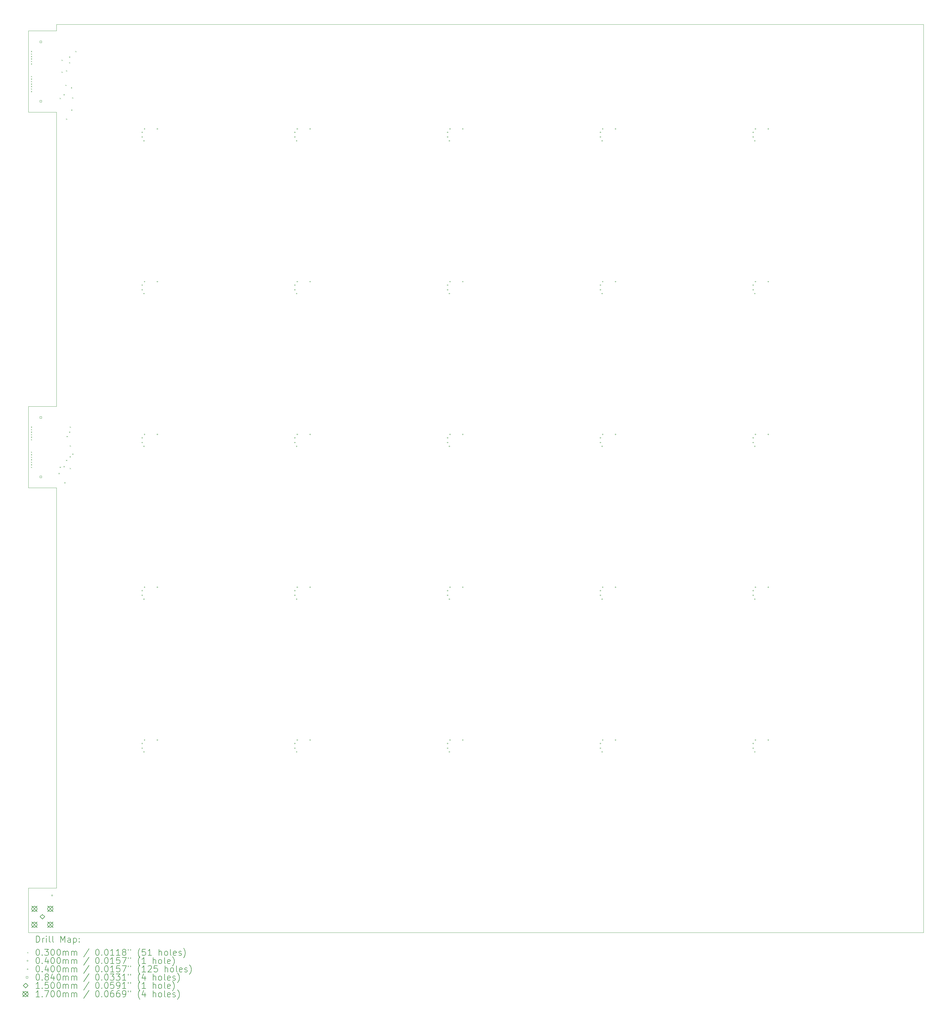
<source format=gbr>
%TF.GenerationSoftware,KiCad,Pcbnew,8.0.2-1*%
%TF.CreationDate,2024-10-14T18:52:38-04:00*%
%TF.ProjectId,OddLayers_1.3mm_SiPM,4f64644c-6179-4657-9273-5f312e336d6d,rev?*%
%TF.SameCoordinates,Original*%
%TF.FileFunction,Drillmap*%
%TF.FilePolarity,Positive*%
%FSLAX45Y45*%
G04 Gerber Fmt 4.5, Leading zero omitted, Abs format (unit mm)*
G04 Created by KiCad (PCBNEW 8.0.2-1) date 2024-10-14 18:52:38*
%MOMM*%
%LPD*%
G01*
G04 APERTURE LIST*
%ADD10C,0.050000*%
%ADD11C,0.100000*%
%ADD12C,0.200000*%
%ADD13C,0.150000*%
%ADD14C,0.170000*%
G04 APERTURE END LIST*
D10*
X7500000Y-24000000D02*
X7500000Y-18300000D01*
X7500000Y-31080000D02*
X7500000Y-24000000D01*
X6600000Y-32430000D02*
X6600000Y-32500000D01*
X7500000Y-3500000D02*
X35200000Y-3500000D01*
X6600000Y-18300000D02*
X6600000Y-15700000D01*
X7500000Y-6300000D02*
X7500000Y-15700000D01*
X7500000Y-18300000D02*
X6600000Y-18300000D01*
X6600000Y-31080000D02*
X7500000Y-31080000D01*
X35200000Y-3500000D02*
X35200000Y-32500000D01*
X7500000Y-3700000D02*
X6600000Y-3700000D01*
X7500000Y-15700000D02*
X6600000Y-15700000D01*
X35200000Y-32500000D02*
X6600000Y-32500000D01*
X6600000Y-31570000D02*
X6600000Y-31080000D01*
X6600000Y-6300000D02*
X7500000Y-6300000D01*
X6600000Y-3700000D02*
X6600000Y-6300000D01*
X7500000Y-3500000D02*
X7500000Y-3700000D01*
D11*
X6600000Y-31570000D02*
X6600000Y-32430000D01*
D12*
D11*
X6685000Y-4345000D02*
X6715000Y-4375000D01*
X6715000Y-4345000D02*
X6685000Y-4375000D01*
X6685000Y-4425000D02*
X6715000Y-4455000D01*
X6715000Y-4425000D02*
X6685000Y-4455000D01*
X6685000Y-4505000D02*
X6715000Y-4535000D01*
X6715000Y-4505000D02*
X6685000Y-4535000D01*
X6685000Y-4585000D02*
X6715000Y-4615000D01*
X6715000Y-4585000D02*
X6685000Y-4615000D01*
X6685000Y-4665000D02*
X6715000Y-4695000D01*
X6715000Y-4665000D02*
X6685000Y-4695000D01*
X6685000Y-4745000D02*
X6715000Y-4775000D01*
X6715000Y-4745000D02*
X6685000Y-4775000D01*
X6685000Y-5145000D02*
X6715000Y-5175000D01*
X6715000Y-5145000D02*
X6685000Y-5175000D01*
X6685000Y-5225000D02*
X6715000Y-5255000D01*
X6715000Y-5225000D02*
X6685000Y-5255000D01*
X6685000Y-5305000D02*
X6715000Y-5335000D01*
X6715000Y-5305000D02*
X6685000Y-5335000D01*
X6685000Y-5385000D02*
X6715000Y-5415000D01*
X6715000Y-5385000D02*
X6685000Y-5415000D01*
X6685000Y-5465000D02*
X6715000Y-5495000D01*
X6715000Y-5465000D02*
X6685000Y-5495000D01*
X6685000Y-5545000D02*
X6715000Y-5575000D01*
X6715000Y-5545000D02*
X6685000Y-5575000D01*
X6685000Y-5625000D02*
X6715000Y-5655000D01*
X6715000Y-5625000D02*
X6685000Y-5655000D01*
X6685000Y-16345000D02*
X6715000Y-16375000D01*
X6715000Y-16345000D02*
X6685000Y-16375000D01*
X6685000Y-16425000D02*
X6715000Y-16455000D01*
X6715000Y-16425000D02*
X6685000Y-16455000D01*
X6685000Y-16505000D02*
X6715000Y-16535000D01*
X6715000Y-16505000D02*
X6685000Y-16535000D01*
X6685000Y-16585000D02*
X6715000Y-16615000D01*
X6715000Y-16585000D02*
X6685000Y-16615000D01*
X6685000Y-16665000D02*
X6715000Y-16695000D01*
X6715000Y-16665000D02*
X6685000Y-16695000D01*
X6685000Y-16745000D02*
X6715000Y-16775000D01*
X6715000Y-16745000D02*
X6685000Y-16775000D01*
X6685000Y-17145000D02*
X6715000Y-17175000D01*
X6715000Y-17145000D02*
X6685000Y-17175000D01*
X6685000Y-17225000D02*
X6715000Y-17255000D01*
X6715000Y-17225000D02*
X6685000Y-17255000D01*
X6685000Y-17305000D02*
X6715000Y-17335000D01*
X6715000Y-17305000D02*
X6685000Y-17335000D01*
X6685000Y-17385000D02*
X6715000Y-17415000D01*
X6715000Y-17385000D02*
X6685000Y-17415000D01*
X6685000Y-17465000D02*
X6715000Y-17495000D01*
X6715000Y-17465000D02*
X6685000Y-17495000D01*
X6685000Y-17545000D02*
X6715000Y-17575000D01*
X6715000Y-17545000D02*
X6685000Y-17575000D01*
X6685000Y-17625000D02*
X6715000Y-17655000D01*
X6715000Y-17625000D02*
X6685000Y-17655000D01*
X7565000Y-17825000D02*
X7595000Y-17855000D01*
X7595000Y-17825000D02*
X7565000Y-17855000D01*
X7605000Y-5845000D02*
X7635000Y-5875000D01*
X7635000Y-5845000D02*
X7605000Y-5875000D01*
X7605000Y-17625000D02*
X7635000Y-17655000D01*
X7635000Y-17625000D02*
X7605000Y-17655000D01*
X7665000Y-4625000D02*
X7695000Y-4655000D01*
X7695000Y-4625000D02*
X7665000Y-4655000D01*
X7665000Y-5005000D02*
X7695000Y-5035000D01*
X7695000Y-5005000D02*
X7665000Y-5035000D01*
X7725000Y-5725000D02*
X7755000Y-5755000D01*
X7755000Y-5725000D02*
X7725000Y-5755000D01*
X7725000Y-17605000D02*
X7755000Y-17635000D01*
X7755000Y-17605000D02*
X7725000Y-17635000D01*
X7750466Y-18119534D02*
X7780466Y-18149534D01*
X7780466Y-18119534D02*
X7750466Y-18149534D01*
X7785000Y-5425000D02*
X7815000Y-5455000D01*
X7815000Y-5425000D02*
X7785000Y-5455000D01*
X7805000Y-4965000D02*
X7835000Y-4995000D01*
X7835000Y-4965000D02*
X7805000Y-4995000D01*
X7805000Y-6505000D02*
X7835000Y-6535000D01*
X7835000Y-6505000D02*
X7805000Y-6535000D01*
X7805000Y-17405000D02*
X7835000Y-17435000D01*
X7835000Y-17405000D02*
X7805000Y-17435000D01*
X7825000Y-16645000D02*
X7855000Y-16675000D01*
X7855000Y-16645000D02*
X7825000Y-16675000D01*
X7905000Y-4525000D02*
X7935000Y-4555000D01*
X7935000Y-4525000D02*
X7905000Y-4555000D01*
X7905000Y-4705000D02*
X7935000Y-4735000D01*
X7935000Y-4705000D02*
X7905000Y-4735000D01*
X7905000Y-16505000D02*
X7935000Y-16535000D01*
X7935000Y-16505000D02*
X7905000Y-16535000D01*
X7920147Y-17289853D02*
X7950147Y-17319853D01*
X7950147Y-17289853D02*
X7920147Y-17319853D01*
X7925000Y-16345000D02*
X7955000Y-16375000D01*
X7955000Y-16345000D02*
X7925000Y-16375000D01*
X7925000Y-17665000D02*
X7955000Y-17695000D01*
X7955000Y-17665000D02*
X7925000Y-17695000D01*
X7925711Y-16944289D02*
X7955711Y-16974289D01*
X7955711Y-16944289D02*
X7925711Y-16974289D01*
X7965000Y-5505000D02*
X7995000Y-5535000D01*
X7995000Y-5505000D02*
X7965000Y-5535000D01*
X7973162Y-6216838D02*
X8003162Y-6246838D01*
X8003162Y-6216838D02*
X7973162Y-6246838D01*
X8003578Y-5826421D02*
X8033578Y-5856421D01*
X8033578Y-5826421D02*
X8003578Y-5856421D01*
X8005000Y-17205000D02*
X8035000Y-17235000D01*
X8035000Y-17205000D02*
X8005000Y-17235000D01*
X8105000Y-4345000D02*
X8135000Y-4375000D01*
X8135000Y-4345000D02*
X8105000Y-4375000D01*
X7380000Y-31320000D02*
G75*
G02*
X7340000Y-31320000I-20000J0D01*
G01*
X7340000Y-31320000D02*
G75*
G02*
X7380000Y-31320000I20000J0D01*
G01*
X10235000Y-6920000D02*
X10235000Y-6960000D01*
X10215000Y-6940000D02*
X10255000Y-6940000D01*
X10235000Y-7070000D02*
X10235000Y-7110000D01*
X10215000Y-7090000D02*
X10255000Y-7090000D01*
X10235000Y-11800000D02*
X10235000Y-11840000D01*
X10215000Y-11820000D02*
X10255000Y-11820000D01*
X10235000Y-11950000D02*
X10235000Y-11990000D01*
X10215000Y-11970000D02*
X10255000Y-11970000D01*
X10235000Y-16680000D02*
X10235000Y-16720000D01*
X10215000Y-16700000D02*
X10255000Y-16700000D01*
X10235000Y-16830000D02*
X10235000Y-16870000D01*
X10215000Y-16850000D02*
X10255000Y-16850000D01*
X10235000Y-21560000D02*
X10235000Y-21600000D01*
X10215000Y-21580000D02*
X10255000Y-21580000D01*
X10235000Y-21710000D02*
X10235000Y-21750000D01*
X10215000Y-21730000D02*
X10255000Y-21730000D01*
X10235000Y-26440000D02*
X10235000Y-26480000D01*
X10215000Y-26460000D02*
X10255000Y-26460000D01*
X10235000Y-26590000D02*
X10235000Y-26630000D01*
X10215000Y-26610000D02*
X10255000Y-26610000D01*
X10290000Y-7190000D02*
X10290000Y-7230000D01*
X10270000Y-7210000D02*
X10310000Y-7210000D01*
X10290000Y-12070000D02*
X10290000Y-12110000D01*
X10270000Y-12090000D02*
X10310000Y-12090000D01*
X10290000Y-16950000D02*
X10290000Y-16990000D01*
X10270000Y-16970000D02*
X10310000Y-16970000D01*
X10290000Y-21830000D02*
X10290000Y-21870000D01*
X10270000Y-21850000D02*
X10310000Y-21850000D01*
X10290000Y-26710000D02*
X10290000Y-26750000D01*
X10270000Y-26730000D02*
X10310000Y-26730000D01*
X10310000Y-6810000D02*
X10310000Y-6850000D01*
X10290000Y-6830000D02*
X10330000Y-6830000D01*
X10310000Y-11690000D02*
X10310000Y-11730000D01*
X10290000Y-11710000D02*
X10330000Y-11710000D01*
X10310000Y-16570000D02*
X10310000Y-16610000D01*
X10290000Y-16590000D02*
X10330000Y-16590000D01*
X10310000Y-21450000D02*
X10310000Y-21490000D01*
X10290000Y-21470000D02*
X10330000Y-21470000D01*
X10310000Y-26330000D02*
X10310000Y-26370000D01*
X10290000Y-26350000D02*
X10330000Y-26350000D01*
X10720000Y-6810000D02*
X10720000Y-6850000D01*
X10700000Y-6830000D02*
X10740000Y-6830000D01*
X10720000Y-11690000D02*
X10720000Y-11730000D01*
X10700000Y-11710000D02*
X10740000Y-11710000D01*
X10720000Y-16570000D02*
X10720000Y-16610000D01*
X10700000Y-16590000D02*
X10740000Y-16590000D01*
X10720000Y-21450000D02*
X10720000Y-21490000D01*
X10700000Y-21470000D02*
X10740000Y-21470000D01*
X10720000Y-26330000D02*
X10720000Y-26370000D01*
X10700000Y-26350000D02*
X10740000Y-26350000D01*
X15115000Y-6920000D02*
X15115000Y-6960000D01*
X15095000Y-6940000D02*
X15135000Y-6940000D01*
X15115000Y-7070000D02*
X15115000Y-7110000D01*
X15095000Y-7090000D02*
X15135000Y-7090000D01*
X15115000Y-11800000D02*
X15115000Y-11840000D01*
X15095000Y-11820000D02*
X15135000Y-11820000D01*
X15115000Y-11950000D02*
X15115000Y-11990000D01*
X15095000Y-11970000D02*
X15135000Y-11970000D01*
X15115000Y-16680000D02*
X15115000Y-16720000D01*
X15095000Y-16700000D02*
X15135000Y-16700000D01*
X15115000Y-16830000D02*
X15115000Y-16870000D01*
X15095000Y-16850000D02*
X15135000Y-16850000D01*
X15115000Y-21560000D02*
X15115000Y-21600000D01*
X15095000Y-21580000D02*
X15135000Y-21580000D01*
X15115000Y-21710000D02*
X15115000Y-21750000D01*
X15095000Y-21730000D02*
X15135000Y-21730000D01*
X15115000Y-26440000D02*
X15115000Y-26480000D01*
X15095000Y-26460000D02*
X15135000Y-26460000D01*
X15115000Y-26590000D02*
X15115000Y-26630000D01*
X15095000Y-26610000D02*
X15135000Y-26610000D01*
X15170000Y-7190000D02*
X15170000Y-7230000D01*
X15150000Y-7210000D02*
X15190000Y-7210000D01*
X15170000Y-12070000D02*
X15170000Y-12110000D01*
X15150000Y-12090000D02*
X15190000Y-12090000D01*
X15170000Y-16950000D02*
X15170000Y-16990000D01*
X15150000Y-16970000D02*
X15190000Y-16970000D01*
X15170000Y-21830000D02*
X15170000Y-21870000D01*
X15150000Y-21850000D02*
X15190000Y-21850000D01*
X15170000Y-26710000D02*
X15170000Y-26750000D01*
X15150000Y-26730000D02*
X15190000Y-26730000D01*
X15190000Y-6810000D02*
X15190000Y-6850000D01*
X15170000Y-6830000D02*
X15210000Y-6830000D01*
X15190000Y-11690000D02*
X15190000Y-11730000D01*
X15170000Y-11710000D02*
X15210000Y-11710000D01*
X15190000Y-16570000D02*
X15190000Y-16610000D01*
X15170000Y-16590000D02*
X15210000Y-16590000D01*
X15190000Y-21450000D02*
X15190000Y-21490000D01*
X15170000Y-21470000D02*
X15210000Y-21470000D01*
X15190000Y-26330000D02*
X15190000Y-26370000D01*
X15170000Y-26350000D02*
X15210000Y-26350000D01*
X15600000Y-6810000D02*
X15600000Y-6850000D01*
X15580000Y-6830000D02*
X15620000Y-6830000D01*
X15600000Y-11690000D02*
X15600000Y-11730000D01*
X15580000Y-11710000D02*
X15620000Y-11710000D01*
X15600000Y-16570000D02*
X15600000Y-16610000D01*
X15580000Y-16590000D02*
X15620000Y-16590000D01*
X15600000Y-21450000D02*
X15600000Y-21490000D01*
X15580000Y-21470000D02*
X15620000Y-21470000D01*
X15600000Y-26330000D02*
X15600000Y-26370000D01*
X15580000Y-26350000D02*
X15620000Y-26350000D01*
X19995000Y-6920000D02*
X19995000Y-6960000D01*
X19975000Y-6940000D02*
X20015000Y-6940000D01*
X19995000Y-7070000D02*
X19995000Y-7110000D01*
X19975000Y-7090000D02*
X20015000Y-7090000D01*
X19995000Y-11800000D02*
X19995000Y-11840000D01*
X19975000Y-11820000D02*
X20015000Y-11820000D01*
X19995000Y-11950000D02*
X19995000Y-11990000D01*
X19975000Y-11970000D02*
X20015000Y-11970000D01*
X19995000Y-16680000D02*
X19995000Y-16720000D01*
X19975000Y-16700000D02*
X20015000Y-16700000D01*
X19995000Y-16830000D02*
X19995000Y-16870000D01*
X19975000Y-16850000D02*
X20015000Y-16850000D01*
X19995000Y-21560000D02*
X19995000Y-21600000D01*
X19975000Y-21580000D02*
X20015000Y-21580000D01*
X19995000Y-21710000D02*
X19995000Y-21750000D01*
X19975000Y-21730000D02*
X20015000Y-21730000D01*
X19995000Y-26440000D02*
X19995000Y-26480000D01*
X19975000Y-26460000D02*
X20015000Y-26460000D01*
X19995000Y-26590000D02*
X19995000Y-26630000D01*
X19975000Y-26610000D02*
X20015000Y-26610000D01*
X20050000Y-7190000D02*
X20050000Y-7230000D01*
X20030000Y-7210000D02*
X20070000Y-7210000D01*
X20050000Y-12070000D02*
X20050000Y-12110000D01*
X20030000Y-12090000D02*
X20070000Y-12090000D01*
X20050000Y-16950000D02*
X20050000Y-16990000D01*
X20030000Y-16970000D02*
X20070000Y-16970000D01*
X20050000Y-21830000D02*
X20050000Y-21870000D01*
X20030000Y-21850000D02*
X20070000Y-21850000D01*
X20050000Y-26710000D02*
X20050000Y-26750000D01*
X20030000Y-26730000D02*
X20070000Y-26730000D01*
X20070000Y-6810000D02*
X20070000Y-6850000D01*
X20050000Y-6830000D02*
X20090000Y-6830000D01*
X20070000Y-11690000D02*
X20070000Y-11730000D01*
X20050000Y-11710000D02*
X20090000Y-11710000D01*
X20070000Y-16570000D02*
X20070000Y-16610000D01*
X20050000Y-16590000D02*
X20090000Y-16590000D01*
X20070000Y-21450000D02*
X20070000Y-21490000D01*
X20050000Y-21470000D02*
X20090000Y-21470000D01*
X20070000Y-26330000D02*
X20070000Y-26370000D01*
X20050000Y-26350000D02*
X20090000Y-26350000D01*
X20480000Y-6810000D02*
X20480000Y-6850000D01*
X20460000Y-6830000D02*
X20500000Y-6830000D01*
X20480000Y-11690000D02*
X20480000Y-11730000D01*
X20460000Y-11710000D02*
X20500000Y-11710000D01*
X20480000Y-16570000D02*
X20480000Y-16610000D01*
X20460000Y-16590000D02*
X20500000Y-16590000D01*
X20480000Y-21450000D02*
X20480000Y-21490000D01*
X20460000Y-21470000D02*
X20500000Y-21470000D01*
X20480000Y-26330000D02*
X20480000Y-26370000D01*
X20460000Y-26350000D02*
X20500000Y-26350000D01*
X24875000Y-6920000D02*
X24875000Y-6960000D01*
X24855000Y-6940000D02*
X24895000Y-6940000D01*
X24875000Y-7070000D02*
X24875000Y-7110000D01*
X24855000Y-7090000D02*
X24895000Y-7090000D01*
X24875000Y-11800000D02*
X24875000Y-11840000D01*
X24855000Y-11820000D02*
X24895000Y-11820000D01*
X24875000Y-11950000D02*
X24875000Y-11990000D01*
X24855000Y-11970000D02*
X24895000Y-11970000D01*
X24875000Y-16680000D02*
X24875000Y-16720000D01*
X24855000Y-16700000D02*
X24895000Y-16700000D01*
X24875000Y-16830000D02*
X24875000Y-16870000D01*
X24855000Y-16850000D02*
X24895000Y-16850000D01*
X24875000Y-21560000D02*
X24875000Y-21600000D01*
X24855000Y-21580000D02*
X24895000Y-21580000D01*
X24875000Y-21710000D02*
X24875000Y-21750000D01*
X24855000Y-21730000D02*
X24895000Y-21730000D01*
X24875000Y-26440000D02*
X24875000Y-26480000D01*
X24855000Y-26460000D02*
X24895000Y-26460000D01*
X24875000Y-26590000D02*
X24875000Y-26630000D01*
X24855000Y-26610000D02*
X24895000Y-26610000D01*
X24930000Y-7190000D02*
X24930000Y-7230000D01*
X24910000Y-7210000D02*
X24950000Y-7210000D01*
X24930000Y-12070000D02*
X24930000Y-12110000D01*
X24910000Y-12090000D02*
X24950000Y-12090000D01*
X24930000Y-16950000D02*
X24930000Y-16990000D01*
X24910000Y-16970000D02*
X24950000Y-16970000D01*
X24930000Y-21830000D02*
X24930000Y-21870000D01*
X24910000Y-21850000D02*
X24950000Y-21850000D01*
X24930000Y-26710000D02*
X24930000Y-26750000D01*
X24910000Y-26730000D02*
X24950000Y-26730000D01*
X24950000Y-6810000D02*
X24950000Y-6850000D01*
X24930000Y-6830000D02*
X24970000Y-6830000D01*
X24950000Y-11690000D02*
X24950000Y-11730000D01*
X24930000Y-11710000D02*
X24970000Y-11710000D01*
X24950000Y-16570000D02*
X24950000Y-16610000D01*
X24930000Y-16590000D02*
X24970000Y-16590000D01*
X24950000Y-21450000D02*
X24950000Y-21490000D01*
X24930000Y-21470000D02*
X24970000Y-21470000D01*
X24950000Y-26330000D02*
X24950000Y-26370000D01*
X24930000Y-26350000D02*
X24970000Y-26350000D01*
X25360000Y-6810000D02*
X25360000Y-6850000D01*
X25340000Y-6830000D02*
X25380000Y-6830000D01*
X25360000Y-11690000D02*
X25360000Y-11730000D01*
X25340000Y-11710000D02*
X25380000Y-11710000D01*
X25360000Y-16570000D02*
X25360000Y-16610000D01*
X25340000Y-16590000D02*
X25380000Y-16590000D01*
X25360000Y-21450000D02*
X25360000Y-21490000D01*
X25340000Y-21470000D02*
X25380000Y-21470000D01*
X25360000Y-26330000D02*
X25360000Y-26370000D01*
X25340000Y-26350000D02*
X25380000Y-26350000D01*
X29755000Y-6920000D02*
X29755000Y-6960000D01*
X29735000Y-6940000D02*
X29775000Y-6940000D01*
X29755000Y-7070000D02*
X29755000Y-7110000D01*
X29735000Y-7090000D02*
X29775000Y-7090000D01*
X29755000Y-11800000D02*
X29755000Y-11840000D01*
X29735000Y-11820000D02*
X29775000Y-11820000D01*
X29755000Y-11950000D02*
X29755000Y-11990000D01*
X29735000Y-11970000D02*
X29775000Y-11970000D01*
X29755000Y-16680000D02*
X29755000Y-16720000D01*
X29735000Y-16700000D02*
X29775000Y-16700000D01*
X29755000Y-16830000D02*
X29755000Y-16870000D01*
X29735000Y-16850000D02*
X29775000Y-16850000D01*
X29755000Y-21560000D02*
X29755000Y-21600000D01*
X29735000Y-21580000D02*
X29775000Y-21580000D01*
X29755000Y-21710000D02*
X29755000Y-21750000D01*
X29735000Y-21730000D02*
X29775000Y-21730000D01*
X29755000Y-26440000D02*
X29755000Y-26480000D01*
X29735000Y-26460000D02*
X29775000Y-26460000D01*
X29755000Y-26590000D02*
X29755000Y-26630000D01*
X29735000Y-26610000D02*
X29775000Y-26610000D01*
X29810000Y-7190000D02*
X29810000Y-7230000D01*
X29790000Y-7210000D02*
X29830000Y-7210000D01*
X29810000Y-12070000D02*
X29810000Y-12110000D01*
X29790000Y-12090000D02*
X29830000Y-12090000D01*
X29810000Y-16950000D02*
X29810000Y-16990000D01*
X29790000Y-16970000D02*
X29830000Y-16970000D01*
X29810000Y-21830000D02*
X29810000Y-21870000D01*
X29790000Y-21850000D02*
X29830000Y-21850000D01*
X29810000Y-26710000D02*
X29810000Y-26750000D01*
X29790000Y-26730000D02*
X29830000Y-26730000D01*
X29830000Y-6810000D02*
X29830000Y-6850000D01*
X29810000Y-6830000D02*
X29850000Y-6830000D01*
X29830000Y-11690000D02*
X29830000Y-11730000D01*
X29810000Y-11710000D02*
X29850000Y-11710000D01*
X29830000Y-16570000D02*
X29830000Y-16610000D01*
X29810000Y-16590000D02*
X29850000Y-16590000D01*
X29830000Y-21450000D02*
X29830000Y-21490000D01*
X29810000Y-21470000D02*
X29850000Y-21470000D01*
X29830000Y-26330000D02*
X29830000Y-26370000D01*
X29810000Y-26350000D02*
X29850000Y-26350000D01*
X30240000Y-6810000D02*
X30240000Y-6850000D01*
X30220000Y-6830000D02*
X30260000Y-6830000D01*
X30240000Y-11690000D02*
X30240000Y-11730000D01*
X30220000Y-11710000D02*
X30260000Y-11710000D01*
X30240000Y-16570000D02*
X30240000Y-16610000D01*
X30220000Y-16590000D02*
X30260000Y-16590000D01*
X30240000Y-21450000D02*
X30240000Y-21490000D01*
X30220000Y-21470000D02*
X30260000Y-21470000D01*
X30240000Y-26330000D02*
X30240000Y-26370000D01*
X30220000Y-26350000D02*
X30260000Y-26350000D01*
X7029699Y-4080199D02*
X7029699Y-4020801D01*
X6970301Y-4020801D01*
X6970301Y-4080199D01*
X7029699Y-4080199D01*
X7029699Y-5979199D02*
X7029699Y-5919801D01*
X6970301Y-5919801D01*
X6970301Y-5979199D01*
X7029699Y-5979199D01*
X7029699Y-16080199D02*
X7029699Y-16020801D01*
X6970301Y-16020801D01*
X6970301Y-16080199D01*
X7029699Y-16080199D01*
X7029699Y-17979199D02*
X7029699Y-17919801D01*
X6970301Y-17919801D01*
X6970301Y-17979199D01*
X7029699Y-17979199D01*
D13*
X7050000Y-32075000D02*
X7125000Y-32000000D01*
X7050000Y-31925000D01*
X6975000Y-32000000D01*
X7050000Y-32075000D01*
D14*
X6711000Y-31661000D02*
X6881000Y-31831000D01*
X6881000Y-31661000D02*
X6711000Y-31831000D01*
X6881000Y-31746000D02*
G75*
G02*
X6711000Y-31746000I-85000J0D01*
G01*
X6711000Y-31746000D02*
G75*
G02*
X6881000Y-31746000I85000J0D01*
G01*
X6711000Y-32169000D02*
X6881000Y-32339000D01*
X6881000Y-32169000D02*
X6711000Y-32339000D01*
X6881000Y-32254000D02*
G75*
G02*
X6711000Y-32254000I-85000J0D01*
G01*
X6711000Y-32254000D02*
G75*
G02*
X6881000Y-32254000I85000J0D01*
G01*
X7219000Y-31661000D02*
X7389000Y-31831000D01*
X7389000Y-31661000D02*
X7219000Y-31831000D01*
X7389000Y-31746000D02*
G75*
G02*
X7219000Y-31746000I-85000J0D01*
G01*
X7219000Y-31746000D02*
G75*
G02*
X7389000Y-31746000I85000J0D01*
G01*
X7219000Y-32169000D02*
X7389000Y-32339000D01*
X7389000Y-32169000D02*
X7219000Y-32339000D01*
X7389000Y-32254000D02*
G75*
G02*
X7219000Y-32254000I-85000J0D01*
G01*
X7219000Y-32254000D02*
G75*
G02*
X7389000Y-32254000I85000J0D01*
G01*
D12*
X6855777Y-32813984D02*
X6855777Y-32613984D01*
X6855777Y-32613984D02*
X6903396Y-32613984D01*
X6903396Y-32613984D02*
X6931967Y-32623508D01*
X6931967Y-32623508D02*
X6951015Y-32642555D01*
X6951015Y-32642555D02*
X6960539Y-32661603D01*
X6960539Y-32661603D02*
X6970062Y-32699698D01*
X6970062Y-32699698D02*
X6970062Y-32728269D01*
X6970062Y-32728269D02*
X6960539Y-32766365D01*
X6960539Y-32766365D02*
X6951015Y-32785412D01*
X6951015Y-32785412D02*
X6931967Y-32804460D01*
X6931967Y-32804460D02*
X6903396Y-32813984D01*
X6903396Y-32813984D02*
X6855777Y-32813984D01*
X7055777Y-32813984D02*
X7055777Y-32680650D01*
X7055777Y-32718746D02*
X7065301Y-32699698D01*
X7065301Y-32699698D02*
X7074824Y-32690174D01*
X7074824Y-32690174D02*
X7093872Y-32680650D01*
X7093872Y-32680650D02*
X7112920Y-32680650D01*
X7179586Y-32813984D02*
X7179586Y-32680650D01*
X7179586Y-32613984D02*
X7170062Y-32623508D01*
X7170062Y-32623508D02*
X7179586Y-32633031D01*
X7179586Y-32633031D02*
X7189110Y-32623508D01*
X7189110Y-32623508D02*
X7179586Y-32613984D01*
X7179586Y-32613984D02*
X7179586Y-32633031D01*
X7303396Y-32813984D02*
X7284348Y-32804460D01*
X7284348Y-32804460D02*
X7274824Y-32785412D01*
X7274824Y-32785412D02*
X7274824Y-32613984D01*
X7408158Y-32813984D02*
X7389110Y-32804460D01*
X7389110Y-32804460D02*
X7379586Y-32785412D01*
X7379586Y-32785412D02*
X7379586Y-32613984D01*
X7636729Y-32813984D02*
X7636729Y-32613984D01*
X7636729Y-32613984D02*
X7703396Y-32756841D01*
X7703396Y-32756841D02*
X7770062Y-32613984D01*
X7770062Y-32613984D02*
X7770062Y-32813984D01*
X7951015Y-32813984D02*
X7951015Y-32709222D01*
X7951015Y-32709222D02*
X7941491Y-32690174D01*
X7941491Y-32690174D02*
X7922443Y-32680650D01*
X7922443Y-32680650D02*
X7884348Y-32680650D01*
X7884348Y-32680650D02*
X7865301Y-32690174D01*
X7951015Y-32804460D02*
X7931967Y-32813984D01*
X7931967Y-32813984D02*
X7884348Y-32813984D01*
X7884348Y-32813984D02*
X7865301Y-32804460D01*
X7865301Y-32804460D02*
X7855777Y-32785412D01*
X7855777Y-32785412D02*
X7855777Y-32766365D01*
X7855777Y-32766365D02*
X7865301Y-32747317D01*
X7865301Y-32747317D02*
X7884348Y-32737793D01*
X7884348Y-32737793D02*
X7931967Y-32737793D01*
X7931967Y-32737793D02*
X7951015Y-32728269D01*
X8046253Y-32680650D02*
X8046253Y-32880650D01*
X8046253Y-32690174D02*
X8065301Y-32680650D01*
X8065301Y-32680650D02*
X8103396Y-32680650D01*
X8103396Y-32680650D02*
X8122443Y-32690174D01*
X8122443Y-32690174D02*
X8131967Y-32699698D01*
X8131967Y-32699698D02*
X8141491Y-32718746D01*
X8141491Y-32718746D02*
X8141491Y-32775888D01*
X8141491Y-32775888D02*
X8131967Y-32794936D01*
X8131967Y-32794936D02*
X8122443Y-32804460D01*
X8122443Y-32804460D02*
X8103396Y-32813984D01*
X8103396Y-32813984D02*
X8065301Y-32813984D01*
X8065301Y-32813984D02*
X8046253Y-32804460D01*
X8227205Y-32794936D02*
X8236729Y-32804460D01*
X8236729Y-32804460D02*
X8227205Y-32813984D01*
X8227205Y-32813984D02*
X8217682Y-32804460D01*
X8217682Y-32804460D02*
X8227205Y-32794936D01*
X8227205Y-32794936D02*
X8227205Y-32813984D01*
X8227205Y-32690174D02*
X8236729Y-32699698D01*
X8236729Y-32699698D02*
X8227205Y-32709222D01*
X8227205Y-32709222D02*
X8217682Y-32699698D01*
X8217682Y-32699698D02*
X8227205Y-32690174D01*
X8227205Y-32690174D02*
X8227205Y-32709222D01*
D11*
X6565000Y-33127500D02*
X6595000Y-33157500D01*
X6595000Y-33127500D02*
X6565000Y-33157500D01*
D12*
X6893872Y-33033984D02*
X6912920Y-33033984D01*
X6912920Y-33033984D02*
X6931967Y-33043508D01*
X6931967Y-33043508D02*
X6941491Y-33053031D01*
X6941491Y-33053031D02*
X6951015Y-33072079D01*
X6951015Y-33072079D02*
X6960539Y-33110174D01*
X6960539Y-33110174D02*
X6960539Y-33157793D01*
X6960539Y-33157793D02*
X6951015Y-33195888D01*
X6951015Y-33195888D02*
X6941491Y-33214936D01*
X6941491Y-33214936D02*
X6931967Y-33224460D01*
X6931967Y-33224460D02*
X6912920Y-33233984D01*
X6912920Y-33233984D02*
X6893872Y-33233984D01*
X6893872Y-33233984D02*
X6874824Y-33224460D01*
X6874824Y-33224460D02*
X6865301Y-33214936D01*
X6865301Y-33214936D02*
X6855777Y-33195888D01*
X6855777Y-33195888D02*
X6846253Y-33157793D01*
X6846253Y-33157793D02*
X6846253Y-33110174D01*
X6846253Y-33110174D02*
X6855777Y-33072079D01*
X6855777Y-33072079D02*
X6865301Y-33053031D01*
X6865301Y-33053031D02*
X6874824Y-33043508D01*
X6874824Y-33043508D02*
X6893872Y-33033984D01*
X7046253Y-33214936D02*
X7055777Y-33224460D01*
X7055777Y-33224460D02*
X7046253Y-33233984D01*
X7046253Y-33233984D02*
X7036729Y-33224460D01*
X7036729Y-33224460D02*
X7046253Y-33214936D01*
X7046253Y-33214936D02*
X7046253Y-33233984D01*
X7122443Y-33033984D02*
X7246253Y-33033984D01*
X7246253Y-33033984D02*
X7179586Y-33110174D01*
X7179586Y-33110174D02*
X7208158Y-33110174D01*
X7208158Y-33110174D02*
X7227205Y-33119698D01*
X7227205Y-33119698D02*
X7236729Y-33129222D01*
X7236729Y-33129222D02*
X7246253Y-33148269D01*
X7246253Y-33148269D02*
X7246253Y-33195888D01*
X7246253Y-33195888D02*
X7236729Y-33214936D01*
X7236729Y-33214936D02*
X7227205Y-33224460D01*
X7227205Y-33224460D02*
X7208158Y-33233984D01*
X7208158Y-33233984D02*
X7151015Y-33233984D01*
X7151015Y-33233984D02*
X7131967Y-33224460D01*
X7131967Y-33224460D02*
X7122443Y-33214936D01*
X7370062Y-33033984D02*
X7389110Y-33033984D01*
X7389110Y-33033984D02*
X7408158Y-33043508D01*
X7408158Y-33043508D02*
X7417682Y-33053031D01*
X7417682Y-33053031D02*
X7427205Y-33072079D01*
X7427205Y-33072079D02*
X7436729Y-33110174D01*
X7436729Y-33110174D02*
X7436729Y-33157793D01*
X7436729Y-33157793D02*
X7427205Y-33195888D01*
X7427205Y-33195888D02*
X7417682Y-33214936D01*
X7417682Y-33214936D02*
X7408158Y-33224460D01*
X7408158Y-33224460D02*
X7389110Y-33233984D01*
X7389110Y-33233984D02*
X7370062Y-33233984D01*
X7370062Y-33233984D02*
X7351015Y-33224460D01*
X7351015Y-33224460D02*
X7341491Y-33214936D01*
X7341491Y-33214936D02*
X7331967Y-33195888D01*
X7331967Y-33195888D02*
X7322443Y-33157793D01*
X7322443Y-33157793D02*
X7322443Y-33110174D01*
X7322443Y-33110174D02*
X7331967Y-33072079D01*
X7331967Y-33072079D02*
X7341491Y-33053031D01*
X7341491Y-33053031D02*
X7351015Y-33043508D01*
X7351015Y-33043508D02*
X7370062Y-33033984D01*
X7560539Y-33033984D02*
X7579586Y-33033984D01*
X7579586Y-33033984D02*
X7598634Y-33043508D01*
X7598634Y-33043508D02*
X7608158Y-33053031D01*
X7608158Y-33053031D02*
X7617682Y-33072079D01*
X7617682Y-33072079D02*
X7627205Y-33110174D01*
X7627205Y-33110174D02*
X7627205Y-33157793D01*
X7627205Y-33157793D02*
X7617682Y-33195888D01*
X7617682Y-33195888D02*
X7608158Y-33214936D01*
X7608158Y-33214936D02*
X7598634Y-33224460D01*
X7598634Y-33224460D02*
X7579586Y-33233984D01*
X7579586Y-33233984D02*
X7560539Y-33233984D01*
X7560539Y-33233984D02*
X7541491Y-33224460D01*
X7541491Y-33224460D02*
X7531967Y-33214936D01*
X7531967Y-33214936D02*
X7522443Y-33195888D01*
X7522443Y-33195888D02*
X7512920Y-33157793D01*
X7512920Y-33157793D02*
X7512920Y-33110174D01*
X7512920Y-33110174D02*
X7522443Y-33072079D01*
X7522443Y-33072079D02*
X7531967Y-33053031D01*
X7531967Y-33053031D02*
X7541491Y-33043508D01*
X7541491Y-33043508D02*
X7560539Y-33033984D01*
X7712920Y-33233984D02*
X7712920Y-33100650D01*
X7712920Y-33119698D02*
X7722443Y-33110174D01*
X7722443Y-33110174D02*
X7741491Y-33100650D01*
X7741491Y-33100650D02*
X7770063Y-33100650D01*
X7770063Y-33100650D02*
X7789110Y-33110174D01*
X7789110Y-33110174D02*
X7798634Y-33129222D01*
X7798634Y-33129222D02*
X7798634Y-33233984D01*
X7798634Y-33129222D02*
X7808158Y-33110174D01*
X7808158Y-33110174D02*
X7827205Y-33100650D01*
X7827205Y-33100650D02*
X7855777Y-33100650D01*
X7855777Y-33100650D02*
X7874824Y-33110174D01*
X7874824Y-33110174D02*
X7884348Y-33129222D01*
X7884348Y-33129222D02*
X7884348Y-33233984D01*
X7979586Y-33233984D02*
X7979586Y-33100650D01*
X7979586Y-33119698D02*
X7989110Y-33110174D01*
X7989110Y-33110174D02*
X8008158Y-33100650D01*
X8008158Y-33100650D02*
X8036729Y-33100650D01*
X8036729Y-33100650D02*
X8055777Y-33110174D01*
X8055777Y-33110174D02*
X8065301Y-33129222D01*
X8065301Y-33129222D02*
X8065301Y-33233984D01*
X8065301Y-33129222D02*
X8074824Y-33110174D01*
X8074824Y-33110174D02*
X8093872Y-33100650D01*
X8093872Y-33100650D02*
X8122443Y-33100650D01*
X8122443Y-33100650D02*
X8141491Y-33110174D01*
X8141491Y-33110174D02*
X8151015Y-33129222D01*
X8151015Y-33129222D02*
X8151015Y-33233984D01*
X8541491Y-33024460D02*
X8370063Y-33281603D01*
X8798634Y-33033984D02*
X8817682Y-33033984D01*
X8817682Y-33033984D02*
X8836729Y-33043508D01*
X8836729Y-33043508D02*
X8846253Y-33053031D01*
X8846253Y-33053031D02*
X8855777Y-33072079D01*
X8855777Y-33072079D02*
X8865301Y-33110174D01*
X8865301Y-33110174D02*
X8865301Y-33157793D01*
X8865301Y-33157793D02*
X8855777Y-33195888D01*
X8855777Y-33195888D02*
X8846253Y-33214936D01*
X8846253Y-33214936D02*
X8836729Y-33224460D01*
X8836729Y-33224460D02*
X8817682Y-33233984D01*
X8817682Y-33233984D02*
X8798634Y-33233984D01*
X8798634Y-33233984D02*
X8779587Y-33224460D01*
X8779587Y-33224460D02*
X8770063Y-33214936D01*
X8770063Y-33214936D02*
X8760539Y-33195888D01*
X8760539Y-33195888D02*
X8751015Y-33157793D01*
X8751015Y-33157793D02*
X8751015Y-33110174D01*
X8751015Y-33110174D02*
X8760539Y-33072079D01*
X8760539Y-33072079D02*
X8770063Y-33053031D01*
X8770063Y-33053031D02*
X8779587Y-33043508D01*
X8779587Y-33043508D02*
X8798634Y-33033984D01*
X8951015Y-33214936D02*
X8960539Y-33224460D01*
X8960539Y-33224460D02*
X8951015Y-33233984D01*
X8951015Y-33233984D02*
X8941491Y-33224460D01*
X8941491Y-33224460D02*
X8951015Y-33214936D01*
X8951015Y-33214936D02*
X8951015Y-33233984D01*
X9084348Y-33033984D02*
X9103396Y-33033984D01*
X9103396Y-33033984D02*
X9122444Y-33043508D01*
X9122444Y-33043508D02*
X9131968Y-33053031D01*
X9131968Y-33053031D02*
X9141491Y-33072079D01*
X9141491Y-33072079D02*
X9151015Y-33110174D01*
X9151015Y-33110174D02*
X9151015Y-33157793D01*
X9151015Y-33157793D02*
X9141491Y-33195888D01*
X9141491Y-33195888D02*
X9131968Y-33214936D01*
X9131968Y-33214936D02*
X9122444Y-33224460D01*
X9122444Y-33224460D02*
X9103396Y-33233984D01*
X9103396Y-33233984D02*
X9084348Y-33233984D01*
X9084348Y-33233984D02*
X9065301Y-33224460D01*
X9065301Y-33224460D02*
X9055777Y-33214936D01*
X9055777Y-33214936D02*
X9046253Y-33195888D01*
X9046253Y-33195888D02*
X9036729Y-33157793D01*
X9036729Y-33157793D02*
X9036729Y-33110174D01*
X9036729Y-33110174D02*
X9046253Y-33072079D01*
X9046253Y-33072079D02*
X9055777Y-33053031D01*
X9055777Y-33053031D02*
X9065301Y-33043508D01*
X9065301Y-33043508D02*
X9084348Y-33033984D01*
X9341491Y-33233984D02*
X9227206Y-33233984D01*
X9284348Y-33233984D02*
X9284348Y-33033984D01*
X9284348Y-33033984D02*
X9265301Y-33062555D01*
X9265301Y-33062555D02*
X9246253Y-33081603D01*
X9246253Y-33081603D02*
X9227206Y-33091127D01*
X9531968Y-33233984D02*
X9417682Y-33233984D01*
X9474825Y-33233984D02*
X9474825Y-33033984D01*
X9474825Y-33033984D02*
X9455777Y-33062555D01*
X9455777Y-33062555D02*
X9436729Y-33081603D01*
X9436729Y-33081603D02*
X9417682Y-33091127D01*
X9646253Y-33119698D02*
X9627206Y-33110174D01*
X9627206Y-33110174D02*
X9617682Y-33100650D01*
X9617682Y-33100650D02*
X9608158Y-33081603D01*
X9608158Y-33081603D02*
X9608158Y-33072079D01*
X9608158Y-33072079D02*
X9617682Y-33053031D01*
X9617682Y-33053031D02*
X9627206Y-33043508D01*
X9627206Y-33043508D02*
X9646253Y-33033984D01*
X9646253Y-33033984D02*
X9684349Y-33033984D01*
X9684349Y-33033984D02*
X9703396Y-33043508D01*
X9703396Y-33043508D02*
X9712920Y-33053031D01*
X9712920Y-33053031D02*
X9722444Y-33072079D01*
X9722444Y-33072079D02*
X9722444Y-33081603D01*
X9722444Y-33081603D02*
X9712920Y-33100650D01*
X9712920Y-33100650D02*
X9703396Y-33110174D01*
X9703396Y-33110174D02*
X9684349Y-33119698D01*
X9684349Y-33119698D02*
X9646253Y-33119698D01*
X9646253Y-33119698D02*
X9627206Y-33129222D01*
X9627206Y-33129222D02*
X9617682Y-33138746D01*
X9617682Y-33138746D02*
X9608158Y-33157793D01*
X9608158Y-33157793D02*
X9608158Y-33195888D01*
X9608158Y-33195888D02*
X9617682Y-33214936D01*
X9617682Y-33214936D02*
X9627206Y-33224460D01*
X9627206Y-33224460D02*
X9646253Y-33233984D01*
X9646253Y-33233984D02*
X9684349Y-33233984D01*
X9684349Y-33233984D02*
X9703396Y-33224460D01*
X9703396Y-33224460D02*
X9712920Y-33214936D01*
X9712920Y-33214936D02*
X9722444Y-33195888D01*
X9722444Y-33195888D02*
X9722444Y-33157793D01*
X9722444Y-33157793D02*
X9712920Y-33138746D01*
X9712920Y-33138746D02*
X9703396Y-33129222D01*
X9703396Y-33129222D02*
X9684349Y-33119698D01*
X9798634Y-33033984D02*
X9798634Y-33072079D01*
X9874825Y-33033984D02*
X9874825Y-33072079D01*
X10170063Y-33310174D02*
X10160539Y-33300650D01*
X10160539Y-33300650D02*
X10141491Y-33272079D01*
X10141491Y-33272079D02*
X10131968Y-33253031D01*
X10131968Y-33253031D02*
X10122444Y-33224460D01*
X10122444Y-33224460D02*
X10112920Y-33176841D01*
X10112920Y-33176841D02*
X10112920Y-33138746D01*
X10112920Y-33138746D02*
X10122444Y-33091127D01*
X10122444Y-33091127D02*
X10131968Y-33062555D01*
X10131968Y-33062555D02*
X10141491Y-33043508D01*
X10141491Y-33043508D02*
X10160539Y-33014936D01*
X10160539Y-33014936D02*
X10170063Y-33005412D01*
X10341491Y-33033984D02*
X10246253Y-33033984D01*
X10246253Y-33033984D02*
X10236730Y-33129222D01*
X10236730Y-33129222D02*
X10246253Y-33119698D01*
X10246253Y-33119698D02*
X10265301Y-33110174D01*
X10265301Y-33110174D02*
X10312920Y-33110174D01*
X10312920Y-33110174D02*
X10331968Y-33119698D01*
X10331968Y-33119698D02*
X10341491Y-33129222D01*
X10341491Y-33129222D02*
X10351015Y-33148269D01*
X10351015Y-33148269D02*
X10351015Y-33195888D01*
X10351015Y-33195888D02*
X10341491Y-33214936D01*
X10341491Y-33214936D02*
X10331968Y-33224460D01*
X10331968Y-33224460D02*
X10312920Y-33233984D01*
X10312920Y-33233984D02*
X10265301Y-33233984D01*
X10265301Y-33233984D02*
X10246253Y-33224460D01*
X10246253Y-33224460D02*
X10236730Y-33214936D01*
X10541491Y-33233984D02*
X10427206Y-33233984D01*
X10484349Y-33233984D02*
X10484349Y-33033984D01*
X10484349Y-33033984D02*
X10465301Y-33062555D01*
X10465301Y-33062555D02*
X10446253Y-33081603D01*
X10446253Y-33081603D02*
X10427206Y-33091127D01*
X10779587Y-33233984D02*
X10779587Y-33033984D01*
X10865301Y-33233984D02*
X10865301Y-33129222D01*
X10865301Y-33129222D02*
X10855777Y-33110174D01*
X10855777Y-33110174D02*
X10836730Y-33100650D01*
X10836730Y-33100650D02*
X10808158Y-33100650D01*
X10808158Y-33100650D02*
X10789111Y-33110174D01*
X10789111Y-33110174D02*
X10779587Y-33119698D01*
X10989111Y-33233984D02*
X10970063Y-33224460D01*
X10970063Y-33224460D02*
X10960539Y-33214936D01*
X10960539Y-33214936D02*
X10951015Y-33195888D01*
X10951015Y-33195888D02*
X10951015Y-33138746D01*
X10951015Y-33138746D02*
X10960539Y-33119698D01*
X10960539Y-33119698D02*
X10970063Y-33110174D01*
X10970063Y-33110174D02*
X10989111Y-33100650D01*
X10989111Y-33100650D02*
X11017682Y-33100650D01*
X11017682Y-33100650D02*
X11036730Y-33110174D01*
X11036730Y-33110174D02*
X11046253Y-33119698D01*
X11046253Y-33119698D02*
X11055777Y-33138746D01*
X11055777Y-33138746D02*
X11055777Y-33195888D01*
X11055777Y-33195888D02*
X11046253Y-33214936D01*
X11046253Y-33214936D02*
X11036730Y-33224460D01*
X11036730Y-33224460D02*
X11017682Y-33233984D01*
X11017682Y-33233984D02*
X10989111Y-33233984D01*
X11170063Y-33233984D02*
X11151015Y-33224460D01*
X11151015Y-33224460D02*
X11141492Y-33205412D01*
X11141492Y-33205412D02*
X11141492Y-33033984D01*
X11322444Y-33224460D02*
X11303396Y-33233984D01*
X11303396Y-33233984D02*
X11265301Y-33233984D01*
X11265301Y-33233984D02*
X11246253Y-33224460D01*
X11246253Y-33224460D02*
X11236730Y-33205412D01*
X11236730Y-33205412D02*
X11236730Y-33129222D01*
X11236730Y-33129222D02*
X11246253Y-33110174D01*
X11246253Y-33110174D02*
X11265301Y-33100650D01*
X11265301Y-33100650D02*
X11303396Y-33100650D01*
X11303396Y-33100650D02*
X11322444Y-33110174D01*
X11322444Y-33110174D02*
X11331968Y-33129222D01*
X11331968Y-33129222D02*
X11331968Y-33148269D01*
X11331968Y-33148269D02*
X11236730Y-33167317D01*
X11408158Y-33224460D02*
X11427206Y-33233984D01*
X11427206Y-33233984D02*
X11465301Y-33233984D01*
X11465301Y-33233984D02*
X11484349Y-33224460D01*
X11484349Y-33224460D02*
X11493872Y-33205412D01*
X11493872Y-33205412D02*
X11493872Y-33195888D01*
X11493872Y-33195888D02*
X11484349Y-33176841D01*
X11484349Y-33176841D02*
X11465301Y-33167317D01*
X11465301Y-33167317D02*
X11436730Y-33167317D01*
X11436730Y-33167317D02*
X11417682Y-33157793D01*
X11417682Y-33157793D02*
X11408158Y-33138746D01*
X11408158Y-33138746D02*
X11408158Y-33129222D01*
X11408158Y-33129222D02*
X11417682Y-33110174D01*
X11417682Y-33110174D02*
X11436730Y-33100650D01*
X11436730Y-33100650D02*
X11465301Y-33100650D01*
X11465301Y-33100650D02*
X11484349Y-33110174D01*
X11560539Y-33310174D02*
X11570063Y-33300650D01*
X11570063Y-33300650D02*
X11589111Y-33272079D01*
X11589111Y-33272079D02*
X11598634Y-33253031D01*
X11598634Y-33253031D02*
X11608158Y-33224460D01*
X11608158Y-33224460D02*
X11617682Y-33176841D01*
X11617682Y-33176841D02*
X11617682Y-33138746D01*
X11617682Y-33138746D02*
X11608158Y-33091127D01*
X11608158Y-33091127D02*
X11598634Y-33062555D01*
X11598634Y-33062555D02*
X11589111Y-33043508D01*
X11589111Y-33043508D02*
X11570063Y-33014936D01*
X11570063Y-33014936D02*
X11560539Y-33005412D01*
D11*
X6595000Y-33406500D02*
G75*
G02*
X6555000Y-33406500I-20000J0D01*
G01*
X6555000Y-33406500D02*
G75*
G02*
X6595000Y-33406500I20000J0D01*
G01*
D12*
X6893872Y-33297984D02*
X6912920Y-33297984D01*
X6912920Y-33297984D02*
X6931967Y-33307508D01*
X6931967Y-33307508D02*
X6941491Y-33317031D01*
X6941491Y-33317031D02*
X6951015Y-33336079D01*
X6951015Y-33336079D02*
X6960539Y-33374174D01*
X6960539Y-33374174D02*
X6960539Y-33421793D01*
X6960539Y-33421793D02*
X6951015Y-33459888D01*
X6951015Y-33459888D02*
X6941491Y-33478936D01*
X6941491Y-33478936D02*
X6931967Y-33488460D01*
X6931967Y-33488460D02*
X6912920Y-33497984D01*
X6912920Y-33497984D02*
X6893872Y-33497984D01*
X6893872Y-33497984D02*
X6874824Y-33488460D01*
X6874824Y-33488460D02*
X6865301Y-33478936D01*
X6865301Y-33478936D02*
X6855777Y-33459888D01*
X6855777Y-33459888D02*
X6846253Y-33421793D01*
X6846253Y-33421793D02*
X6846253Y-33374174D01*
X6846253Y-33374174D02*
X6855777Y-33336079D01*
X6855777Y-33336079D02*
X6865301Y-33317031D01*
X6865301Y-33317031D02*
X6874824Y-33307508D01*
X6874824Y-33307508D02*
X6893872Y-33297984D01*
X7046253Y-33478936D02*
X7055777Y-33488460D01*
X7055777Y-33488460D02*
X7046253Y-33497984D01*
X7046253Y-33497984D02*
X7036729Y-33488460D01*
X7036729Y-33488460D02*
X7046253Y-33478936D01*
X7046253Y-33478936D02*
X7046253Y-33497984D01*
X7227205Y-33364650D02*
X7227205Y-33497984D01*
X7179586Y-33288460D02*
X7131967Y-33431317D01*
X7131967Y-33431317D02*
X7255777Y-33431317D01*
X7370062Y-33297984D02*
X7389110Y-33297984D01*
X7389110Y-33297984D02*
X7408158Y-33307508D01*
X7408158Y-33307508D02*
X7417682Y-33317031D01*
X7417682Y-33317031D02*
X7427205Y-33336079D01*
X7427205Y-33336079D02*
X7436729Y-33374174D01*
X7436729Y-33374174D02*
X7436729Y-33421793D01*
X7436729Y-33421793D02*
X7427205Y-33459888D01*
X7427205Y-33459888D02*
X7417682Y-33478936D01*
X7417682Y-33478936D02*
X7408158Y-33488460D01*
X7408158Y-33488460D02*
X7389110Y-33497984D01*
X7389110Y-33497984D02*
X7370062Y-33497984D01*
X7370062Y-33497984D02*
X7351015Y-33488460D01*
X7351015Y-33488460D02*
X7341491Y-33478936D01*
X7341491Y-33478936D02*
X7331967Y-33459888D01*
X7331967Y-33459888D02*
X7322443Y-33421793D01*
X7322443Y-33421793D02*
X7322443Y-33374174D01*
X7322443Y-33374174D02*
X7331967Y-33336079D01*
X7331967Y-33336079D02*
X7341491Y-33317031D01*
X7341491Y-33317031D02*
X7351015Y-33307508D01*
X7351015Y-33307508D02*
X7370062Y-33297984D01*
X7560539Y-33297984D02*
X7579586Y-33297984D01*
X7579586Y-33297984D02*
X7598634Y-33307508D01*
X7598634Y-33307508D02*
X7608158Y-33317031D01*
X7608158Y-33317031D02*
X7617682Y-33336079D01*
X7617682Y-33336079D02*
X7627205Y-33374174D01*
X7627205Y-33374174D02*
X7627205Y-33421793D01*
X7627205Y-33421793D02*
X7617682Y-33459888D01*
X7617682Y-33459888D02*
X7608158Y-33478936D01*
X7608158Y-33478936D02*
X7598634Y-33488460D01*
X7598634Y-33488460D02*
X7579586Y-33497984D01*
X7579586Y-33497984D02*
X7560539Y-33497984D01*
X7560539Y-33497984D02*
X7541491Y-33488460D01*
X7541491Y-33488460D02*
X7531967Y-33478936D01*
X7531967Y-33478936D02*
X7522443Y-33459888D01*
X7522443Y-33459888D02*
X7512920Y-33421793D01*
X7512920Y-33421793D02*
X7512920Y-33374174D01*
X7512920Y-33374174D02*
X7522443Y-33336079D01*
X7522443Y-33336079D02*
X7531967Y-33317031D01*
X7531967Y-33317031D02*
X7541491Y-33307508D01*
X7541491Y-33307508D02*
X7560539Y-33297984D01*
X7712920Y-33497984D02*
X7712920Y-33364650D01*
X7712920Y-33383698D02*
X7722443Y-33374174D01*
X7722443Y-33374174D02*
X7741491Y-33364650D01*
X7741491Y-33364650D02*
X7770063Y-33364650D01*
X7770063Y-33364650D02*
X7789110Y-33374174D01*
X7789110Y-33374174D02*
X7798634Y-33393222D01*
X7798634Y-33393222D02*
X7798634Y-33497984D01*
X7798634Y-33393222D02*
X7808158Y-33374174D01*
X7808158Y-33374174D02*
X7827205Y-33364650D01*
X7827205Y-33364650D02*
X7855777Y-33364650D01*
X7855777Y-33364650D02*
X7874824Y-33374174D01*
X7874824Y-33374174D02*
X7884348Y-33393222D01*
X7884348Y-33393222D02*
X7884348Y-33497984D01*
X7979586Y-33497984D02*
X7979586Y-33364650D01*
X7979586Y-33383698D02*
X7989110Y-33374174D01*
X7989110Y-33374174D02*
X8008158Y-33364650D01*
X8008158Y-33364650D02*
X8036729Y-33364650D01*
X8036729Y-33364650D02*
X8055777Y-33374174D01*
X8055777Y-33374174D02*
X8065301Y-33393222D01*
X8065301Y-33393222D02*
X8065301Y-33497984D01*
X8065301Y-33393222D02*
X8074824Y-33374174D01*
X8074824Y-33374174D02*
X8093872Y-33364650D01*
X8093872Y-33364650D02*
X8122443Y-33364650D01*
X8122443Y-33364650D02*
X8141491Y-33374174D01*
X8141491Y-33374174D02*
X8151015Y-33393222D01*
X8151015Y-33393222D02*
X8151015Y-33497984D01*
X8541491Y-33288460D02*
X8370063Y-33545603D01*
X8798634Y-33297984D02*
X8817682Y-33297984D01*
X8817682Y-33297984D02*
X8836729Y-33307508D01*
X8836729Y-33307508D02*
X8846253Y-33317031D01*
X8846253Y-33317031D02*
X8855777Y-33336079D01*
X8855777Y-33336079D02*
X8865301Y-33374174D01*
X8865301Y-33374174D02*
X8865301Y-33421793D01*
X8865301Y-33421793D02*
X8855777Y-33459888D01*
X8855777Y-33459888D02*
X8846253Y-33478936D01*
X8846253Y-33478936D02*
X8836729Y-33488460D01*
X8836729Y-33488460D02*
X8817682Y-33497984D01*
X8817682Y-33497984D02*
X8798634Y-33497984D01*
X8798634Y-33497984D02*
X8779587Y-33488460D01*
X8779587Y-33488460D02*
X8770063Y-33478936D01*
X8770063Y-33478936D02*
X8760539Y-33459888D01*
X8760539Y-33459888D02*
X8751015Y-33421793D01*
X8751015Y-33421793D02*
X8751015Y-33374174D01*
X8751015Y-33374174D02*
X8760539Y-33336079D01*
X8760539Y-33336079D02*
X8770063Y-33317031D01*
X8770063Y-33317031D02*
X8779587Y-33307508D01*
X8779587Y-33307508D02*
X8798634Y-33297984D01*
X8951015Y-33478936D02*
X8960539Y-33488460D01*
X8960539Y-33488460D02*
X8951015Y-33497984D01*
X8951015Y-33497984D02*
X8941491Y-33488460D01*
X8941491Y-33488460D02*
X8951015Y-33478936D01*
X8951015Y-33478936D02*
X8951015Y-33497984D01*
X9084348Y-33297984D02*
X9103396Y-33297984D01*
X9103396Y-33297984D02*
X9122444Y-33307508D01*
X9122444Y-33307508D02*
X9131968Y-33317031D01*
X9131968Y-33317031D02*
X9141491Y-33336079D01*
X9141491Y-33336079D02*
X9151015Y-33374174D01*
X9151015Y-33374174D02*
X9151015Y-33421793D01*
X9151015Y-33421793D02*
X9141491Y-33459888D01*
X9141491Y-33459888D02*
X9131968Y-33478936D01*
X9131968Y-33478936D02*
X9122444Y-33488460D01*
X9122444Y-33488460D02*
X9103396Y-33497984D01*
X9103396Y-33497984D02*
X9084348Y-33497984D01*
X9084348Y-33497984D02*
X9065301Y-33488460D01*
X9065301Y-33488460D02*
X9055777Y-33478936D01*
X9055777Y-33478936D02*
X9046253Y-33459888D01*
X9046253Y-33459888D02*
X9036729Y-33421793D01*
X9036729Y-33421793D02*
X9036729Y-33374174D01*
X9036729Y-33374174D02*
X9046253Y-33336079D01*
X9046253Y-33336079D02*
X9055777Y-33317031D01*
X9055777Y-33317031D02*
X9065301Y-33307508D01*
X9065301Y-33307508D02*
X9084348Y-33297984D01*
X9341491Y-33497984D02*
X9227206Y-33497984D01*
X9284348Y-33497984D02*
X9284348Y-33297984D01*
X9284348Y-33297984D02*
X9265301Y-33326555D01*
X9265301Y-33326555D02*
X9246253Y-33345603D01*
X9246253Y-33345603D02*
X9227206Y-33355127D01*
X9522444Y-33297984D02*
X9427206Y-33297984D01*
X9427206Y-33297984D02*
X9417682Y-33393222D01*
X9417682Y-33393222D02*
X9427206Y-33383698D01*
X9427206Y-33383698D02*
X9446253Y-33374174D01*
X9446253Y-33374174D02*
X9493872Y-33374174D01*
X9493872Y-33374174D02*
X9512920Y-33383698D01*
X9512920Y-33383698D02*
X9522444Y-33393222D01*
X9522444Y-33393222D02*
X9531968Y-33412269D01*
X9531968Y-33412269D02*
X9531968Y-33459888D01*
X9531968Y-33459888D02*
X9522444Y-33478936D01*
X9522444Y-33478936D02*
X9512920Y-33488460D01*
X9512920Y-33488460D02*
X9493872Y-33497984D01*
X9493872Y-33497984D02*
X9446253Y-33497984D01*
X9446253Y-33497984D02*
X9427206Y-33488460D01*
X9427206Y-33488460D02*
X9417682Y-33478936D01*
X9598634Y-33297984D02*
X9731968Y-33297984D01*
X9731968Y-33297984D02*
X9646253Y-33497984D01*
X9798634Y-33297984D02*
X9798634Y-33336079D01*
X9874825Y-33297984D02*
X9874825Y-33336079D01*
X10170063Y-33574174D02*
X10160539Y-33564650D01*
X10160539Y-33564650D02*
X10141491Y-33536079D01*
X10141491Y-33536079D02*
X10131968Y-33517031D01*
X10131968Y-33517031D02*
X10122444Y-33488460D01*
X10122444Y-33488460D02*
X10112920Y-33440841D01*
X10112920Y-33440841D02*
X10112920Y-33402746D01*
X10112920Y-33402746D02*
X10122444Y-33355127D01*
X10122444Y-33355127D02*
X10131968Y-33326555D01*
X10131968Y-33326555D02*
X10141491Y-33307508D01*
X10141491Y-33307508D02*
X10160539Y-33278936D01*
X10160539Y-33278936D02*
X10170063Y-33269412D01*
X10351015Y-33497984D02*
X10236730Y-33497984D01*
X10293872Y-33497984D02*
X10293872Y-33297984D01*
X10293872Y-33297984D02*
X10274825Y-33326555D01*
X10274825Y-33326555D02*
X10255777Y-33345603D01*
X10255777Y-33345603D02*
X10236730Y-33355127D01*
X10589111Y-33497984D02*
X10589111Y-33297984D01*
X10674825Y-33497984D02*
X10674825Y-33393222D01*
X10674825Y-33393222D02*
X10665301Y-33374174D01*
X10665301Y-33374174D02*
X10646253Y-33364650D01*
X10646253Y-33364650D02*
X10617682Y-33364650D01*
X10617682Y-33364650D02*
X10598634Y-33374174D01*
X10598634Y-33374174D02*
X10589111Y-33383698D01*
X10798634Y-33497984D02*
X10779587Y-33488460D01*
X10779587Y-33488460D02*
X10770063Y-33478936D01*
X10770063Y-33478936D02*
X10760539Y-33459888D01*
X10760539Y-33459888D02*
X10760539Y-33402746D01*
X10760539Y-33402746D02*
X10770063Y-33383698D01*
X10770063Y-33383698D02*
X10779587Y-33374174D01*
X10779587Y-33374174D02*
X10798634Y-33364650D01*
X10798634Y-33364650D02*
X10827206Y-33364650D01*
X10827206Y-33364650D02*
X10846253Y-33374174D01*
X10846253Y-33374174D02*
X10855777Y-33383698D01*
X10855777Y-33383698D02*
X10865301Y-33402746D01*
X10865301Y-33402746D02*
X10865301Y-33459888D01*
X10865301Y-33459888D02*
X10855777Y-33478936D01*
X10855777Y-33478936D02*
X10846253Y-33488460D01*
X10846253Y-33488460D02*
X10827206Y-33497984D01*
X10827206Y-33497984D02*
X10798634Y-33497984D01*
X10979587Y-33497984D02*
X10960539Y-33488460D01*
X10960539Y-33488460D02*
X10951015Y-33469412D01*
X10951015Y-33469412D02*
X10951015Y-33297984D01*
X11131968Y-33488460D02*
X11112920Y-33497984D01*
X11112920Y-33497984D02*
X11074825Y-33497984D01*
X11074825Y-33497984D02*
X11055777Y-33488460D01*
X11055777Y-33488460D02*
X11046253Y-33469412D01*
X11046253Y-33469412D02*
X11046253Y-33393222D01*
X11046253Y-33393222D02*
X11055777Y-33374174D01*
X11055777Y-33374174D02*
X11074825Y-33364650D01*
X11074825Y-33364650D02*
X11112920Y-33364650D01*
X11112920Y-33364650D02*
X11131968Y-33374174D01*
X11131968Y-33374174D02*
X11141492Y-33393222D01*
X11141492Y-33393222D02*
X11141492Y-33412269D01*
X11141492Y-33412269D02*
X11046253Y-33431317D01*
X11208158Y-33574174D02*
X11217682Y-33564650D01*
X11217682Y-33564650D02*
X11236730Y-33536079D01*
X11236730Y-33536079D02*
X11246253Y-33517031D01*
X11246253Y-33517031D02*
X11255777Y-33488460D01*
X11255777Y-33488460D02*
X11265301Y-33440841D01*
X11265301Y-33440841D02*
X11265301Y-33402746D01*
X11265301Y-33402746D02*
X11255777Y-33355127D01*
X11255777Y-33355127D02*
X11246253Y-33326555D01*
X11246253Y-33326555D02*
X11236730Y-33307508D01*
X11236730Y-33307508D02*
X11217682Y-33278936D01*
X11217682Y-33278936D02*
X11208158Y-33269412D01*
D11*
X6575000Y-33650500D02*
X6575000Y-33690500D01*
X6555000Y-33670500D02*
X6595000Y-33670500D01*
D12*
X6893872Y-33561984D02*
X6912920Y-33561984D01*
X6912920Y-33561984D02*
X6931967Y-33571508D01*
X6931967Y-33571508D02*
X6941491Y-33581031D01*
X6941491Y-33581031D02*
X6951015Y-33600079D01*
X6951015Y-33600079D02*
X6960539Y-33638174D01*
X6960539Y-33638174D02*
X6960539Y-33685793D01*
X6960539Y-33685793D02*
X6951015Y-33723889D01*
X6951015Y-33723889D02*
X6941491Y-33742936D01*
X6941491Y-33742936D02*
X6931967Y-33752460D01*
X6931967Y-33752460D02*
X6912920Y-33761984D01*
X6912920Y-33761984D02*
X6893872Y-33761984D01*
X6893872Y-33761984D02*
X6874824Y-33752460D01*
X6874824Y-33752460D02*
X6865301Y-33742936D01*
X6865301Y-33742936D02*
X6855777Y-33723889D01*
X6855777Y-33723889D02*
X6846253Y-33685793D01*
X6846253Y-33685793D02*
X6846253Y-33638174D01*
X6846253Y-33638174D02*
X6855777Y-33600079D01*
X6855777Y-33600079D02*
X6865301Y-33581031D01*
X6865301Y-33581031D02*
X6874824Y-33571508D01*
X6874824Y-33571508D02*
X6893872Y-33561984D01*
X7046253Y-33742936D02*
X7055777Y-33752460D01*
X7055777Y-33752460D02*
X7046253Y-33761984D01*
X7046253Y-33761984D02*
X7036729Y-33752460D01*
X7036729Y-33752460D02*
X7046253Y-33742936D01*
X7046253Y-33742936D02*
X7046253Y-33761984D01*
X7227205Y-33628650D02*
X7227205Y-33761984D01*
X7179586Y-33552460D02*
X7131967Y-33695317D01*
X7131967Y-33695317D02*
X7255777Y-33695317D01*
X7370062Y-33561984D02*
X7389110Y-33561984D01*
X7389110Y-33561984D02*
X7408158Y-33571508D01*
X7408158Y-33571508D02*
X7417682Y-33581031D01*
X7417682Y-33581031D02*
X7427205Y-33600079D01*
X7427205Y-33600079D02*
X7436729Y-33638174D01*
X7436729Y-33638174D02*
X7436729Y-33685793D01*
X7436729Y-33685793D02*
X7427205Y-33723889D01*
X7427205Y-33723889D02*
X7417682Y-33742936D01*
X7417682Y-33742936D02*
X7408158Y-33752460D01*
X7408158Y-33752460D02*
X7389110Y-33761984D01*
X7389110Y-33761984D02*
X7370062Y-33761984D01*
X7370062Y-33761984D02*
X7351015Y-33752460D01*
X7351015Y-33752460D02*
X7341491Y-33742936D01*
X7341491Y-33742936D02*
X7331967Y-33723889D01*
X7331967Y-33723889D02*
X7322443Y-33685793D01*
X7322443Y-33685793D02*
X7322443Y-33638174D01*
X7322443Y-33638174D02*
X7331967Y-33600079D01*
X7331967Y-33600079D02*
X7341491Y-33581031D01*
X7341491Y-33581031D02*
X7351015Y-33571508D01*
X7351015Y-33571508D02*
X7370062Y-33561984D01*
X7560539Y-33561984D02*
X7579586Y-33561984D01*
X7579586Y-33561984D02*
X7598634Y-33571508D01*
X7598634Y-33571508D02*
X7608158Y-33581031D01*
X7608158Y-33581031D02*
X7617682Y-33600079D01*
X7617682Y-33600079D02*
X7627205Y-33638174D01*
X7627205Y-33638174D02*
X7627205Y-33685793D01*
X7627205Y-33685793D02*
X7617682Y-33723889D01*
X7617682Y-33723889D02*
X7608158Y-33742936D01*
X7608158Y-33742936D02*
X7598634Y-33752460D01*
X7598634Y-33752460D02*
X7579586Y-33761984D01*
X7579586Y-33761984D02*
X7560539Y-33761984D01*
X7560539Y-33761984D02*
X7541491Y-33752460D01*
X7541491Y-33752460D02*
X7531967Y-33742936D01*
X7531967Y-33742936D02*
X7522443Y-33723889D01*
X7522443Y-33723889D02*
X7512920Y-33685793D01*
X7512920Y-33685793D02*
X7512920Y-33638174D01*
X7512920Y-33638174D02*
X7522443Y-33600079D01*
X7522443Y-33600079D02*
X7531967Y-33581031D01*
X7531967Y-33581031D02*
X7541491Y-33571508D01*
X7541491Y-33571508D02*
X7560539Y-33561984D01*
X7712920Y-33761984D02*
X7712920Y-33628650D01*
X7712920Y-33647698D02*
X7722443Y-33638174D01*
X7722443Y-33638174D02*
X7741491Y-33628650D01*
X7741491Y-33628650D02*
X7770063Y-33628650D01*
X7770063Y-33628650D02*
X7789110Y-33638174D01*
X7789110Y-33638174D02*
X7798634Y-33657222D01*
X7798634Y-33657222D02*
X7798634Y-33761984D01*
X7798634Y-33657222D02*
X7808158Y-33638174D01*
X7808158Y-33638174D02*
X7827205Y-33628650D01*
X7827205Y-33628650D02*
X7855777Y-33628650D01*
X7855777Y-33628650D02*
X7874824Y-33638174D01*
X7874824Y-33638174D02*
X7884348Y-33657222D01*
X7884348Y-33657222D02*
X7884348Y-33761984D01*
X7979586Y-33761984D02*
X7979586Y-33628650D01*
X7979586Y-33647698D02*
X7989110Y-33638174D01*
X7989110Y-33638174D02*
X8008158Y-33628650D01*
X8008158Y-33628650D02*
X8036729Y-33628650D01*
X8036729Y-33628650D02*
X8055777Y-33638174D01*
X8055777Y-33638174D02*
X8065301Y-33657222D01*
X8065301Y-33657222D02*
X8065301Y-33761984D01*
X8065301Y-33657222D02*
X8074824Y-33638174D01*
X8074824Y-33638174D02*
X8093872Y-33628650D01*
X8093872Y-33628650D02*
X8122443Y-33628650D01*
X8122443Y-33628650D02*
X8141491Y-33638174D01*
X8141491Y-33638174D02*
X8151015Y-33657222D01*
X8151015Y-33657222D02*
X8151015Y-33761984D01*
X8541491Y-33552460D02*
X8370063Y-33809603D01*
X8798634Y-33561984D02*
X8817682Y-33561984D01*
X8817682Y-33561984D02*
X8836729Y-33571508D01*
X8836729Y-33571508D02*
X8846253Y-33581031D01*
X8846253Y-33581031D02*
X8855777Y-33600079D01*
X8855777Y-33600079D02*
X8865301Y-33638174D01*
X8865301Y-33638174D02*
X8865301Y-33685793D01*
X8865301Y-33685793D02*
X8855777Y-33723889D01*
X8855777Y-33723889D02*
X8846253Y-33742936D01*
X8846253Y-33742936D02*
X8836729Y-33752460D01*
X8836729Y-33752460D02*
X8817682Y-33761984D01*
X8817682Y-33761984D02*
X8798634Y-33761984D01*
X8798634Y-33761984D02*
X8779587Y-33752460D01*
X8779587Y-33752460D02*
X8770063Y-33742936D01*
X8770063Y-33742936D02*
X8760539Y-33723889D01*
X8760539Y-33723889D02*
X8751015Y-33685793D01*
X8751015Y-33685793D02*
X8751015Y-33638174D01*
X8751015Y-33638174D02*
X8760539Y-33600079D01*
X8760539Y-33600079D02*
X8770063Y-33581031D01*
X8770063Y-33581031D02*
X8779587Y-33571508D01*
X8779587Y-33571508D02*
X8798634Y-33561984D01*
X8951015Y-33742936D02*
X8960539Y-33752460D01*
X8960539Y-33752460D02*
X8951015Y-33761984D01*
X8951015Y-33761984D02*
X8941491Y-33752460D01*
X8941491Y-33752460D02*
X8951015Y-33742936D01*
X8951015Y-33742936D02*
X8951015Y-33761984D01*
X9084348Y-33561984D02*
X9103396Y-33561984D01*
X9103396Y-33561984D02*
X9122444Y-33571508D01*
X9122444Y-33571508D02*
X9131968Y-33581031D01*
X9131968Y-33581031D02*
X9141491Y-33600079D01*
X9141491Y-33600079D02*
X9151015Y-33638174D01*
X9151015Y-33638174D02*
X9151015Y-33685793D01*
X9151015Y-33685793D02*
X9141491Y-33723889D01*
X9141491Y-33723889D02*
X9131968Y-33742936D01*
X9131968Y-33742936D02*
X9122444Y-33752460D01*
X9122444Y-33752460D02*
X9103396Y-33761984D01*
X9103396Y-33761984D02*
X9084348Y-33761984D01*
X9084348Y-33761984D02*
X9065301Y-33752460D01*
X9065301Y-33752460D02*
X9055777Y-33742936D01*
X9055777Y-33742936D02*
X9046253Y-33723889D01*
X9046253Y-33723889D02*
X9036729Y-33685793D01*
X9036729Y-33685793D02*
X9036729Y-33638174D01*
X9036729Y-33638174D02*
X9046253Y-33600079D01*
X9046253Y-33600079D02*
X9055777Y-33581031D01*
X9055777Y-33581031D02*
X9065301Y-33571508D01*
X9065301Y-33571508D02*
X9084348Y-33561984D01*
X9341491Y-33761984D02*
X9227206Y-33761984D01*
X9284348Y-33761984D02*
X9284348Y-33561984D01*
X9284348Y-33561984D02*
X9265301Y-33590555D01*
X9265301Y-33590555D02*
X9246253Y-33609603D01*
X9246253Y-33609603D02*
X9227206Y-33619127D01*
X9522444Y-33561984D02*
X9427206Y-33561984D01*
X9427206Y-33561984D02*
X9417682Y-33657222D01*
X9417682Y-33657222D02*
X9427206Y-33647698D01*
X9427206Y-33647698D02*
X9446253Y-33638174D01*
X9446253Y-33638174D02*
X9493872Y-33638174D01*
X9493872Y-33638174D02*
X9512920Y-33647698D01*
X9512920Y-33647698D02*
X9522444Y-33657222D01*
X9522444Y-33657222D02*
X9531968Y-33676270D01*
X9531968Y-33676270D02*
X9531968Y-33723889D01*
X9531968Y-33723889D02*
X9522444Y-33742936D01*
X9522444Y-33742936D02*
X9512920Y-33752460D01*
X9512920Y-33752460D02*
X9493872Y-33761984D01*
X9493872Y-33761984D02*
X9446253Y-33761984D01*
X9446253Y-33761984D02*
X9427206Y-33752460D01*
X9427206Y-33752460D02*
X9417682Y-33742936D01*
X9598634Y-33561984D02*
X9731968Y-33561984D01*
X9731968Y-33561984D02*
X9646253Y-33761984D01*
X9798634Y-33561984D02*
X9798634Y-33600079D01*
X9874825Y-33561984D02*
X9874825Y-33600079D01*
X10170063Y-33838174D02*
X10160539Y-33828650D01*
X10160539Y-33828650D02*
X10141491Y-33800079D01*
X10141491Y-33800079D02*
X10131968Y-33781031D01*
X10131968Y-33781031D02*
X10122444Y-33752460D01*
X10122444Y-33752460D02*
X10112920Y-33704841D01*
X10112920Y-33704841D02*
X10112920Y-33666746D01*
X10112920Y-33666746D02*
X10122444Y-33619127D01*
X10122444Y-33619127D02*
X10131968Y-33590555D01*
X10131968Y-33590555D02*
X10141491Y-33571508D01*
X10141491Y-33571508D02*
X10160539Y-33542936D01*
X10160539Y-33542936D02*
X10170063Y-33533412D01*
X10351015Y-33761984D02*
X10236730Y-33761984D01*
X10293872Y-33761984D02*
X10293872Y-33561984D01*
X10293872Y-33561984D02*
X10274825Y-33590555D01*
X10274825Y-33590555D02*
X10255777Y-33609603D01*
X10255777Y-33609603D02*
X10236730Y-33619127D01*
X10427206Y-33581031D02*
X10436730Y-33571508D01*
X10436730Y-33571508D02*
X10455777Y-33561984D01*
X10455777Y-33561984D02*
X10503396Y-33561984D01*
X10503396Y-33561984D02*
X10522444Y-33571508D01*
X10522444Y-33571508D02*
X10531968Y-33581031D01*
X10531968Y-33581031D02*
X10541491Y-33600079D01*
X10541491Y-33600079D02*
X10541491Y-33619127D01*
X10541491Y-33619127D02*
X10531968Y-33647698D01*
X10531968Y-33647698D02*
X10417682Y-33761984D01*
X10417682Y-33761984D02*
X10541491Y-33761984D01*
X10722444Y-33561984D02*
X10627206Y-33561984D01*
X10627206Y-33561984D02*
X10617682Y-33657222D01*
X10617682Y-33657222D02*
X10627206Y-33647698D01*
X10627206Y-33647698D02*
X10646253Y-33638174D01*
X10646253Y-33638174D02*
X10693872Y-33638174D01*
X10693872Y-33638174D02*
X10712920Y-33647698D01*
X10712920Y-33647698D02*
X10722444Y-33657222D01*
X10722444Y-33657222D02*
X10731968Y-33676270D01*
X10731968Y-33676270D02*
X10731968Y-33723889D01*
X10731968Y-33723889D02*
X10722444Y-33742936D01*
X10722444Y-33742936D02*
X10712920Y-33752460D01*
X10712920Y-33752460D02*
X10693872Y-33761984D01*
X10693872Y-33761984D02*
X10646253Y-33761984D01*
X10646253Y-33761984D02*
X10627206Y-33752460D01*
X10627206Y-33752460D02*
X10617682Y-33742936D01*
X10970063Y-33761984D02*
X10970063Y-33561984D01*
X11055777Y-33761984D02*
X11055777Y-33657222D01*
X11055777Y-33657222D02*
X11046253Y-33638174D01*
X11046253Y-33638174D02*
X11027206Y-33628650D01*
X11027206Y-33628650D02*
X10998634Y-33628650D01*
X10998634Y-33628650D02*
X10979587Y-33638174D01*
X10979587Y-33638174D02*
X10970063Y-33647698D01*
X11179587Y-33761984D02*
X11160539Y-33752460D01*
X11160539Y-33752460D02*
X11151015Y-33742936D01*
X11151015Y-33742936D02*
X11141492Y-33723889D01*
X11141492Y-33723889D02*
X11141492Y-33666746D01*
X11141492Y-33666746D02*
X11151015Y-33647698D01*
X11151015Y-33647698D02*
X11160539Y-33638174D01*
X11160539Y-33638174D02*
X11179587Y-33628650D01*
X11179587Y-33628650D02*
X11208158Y-33628650D01*
X11208158Y-33628650D02*
X11227206Y-33638174D01*
X11227206Y-33638174D02*
X11236730Y-33647698D01*
X11236730Y-33647698D02*
X11246253Y-33666746D01*
X11246253Y-33666746D02*
X11246253Y-33723889D01*
X11246253Y-33723889D02*
X11236730Y-33742936D01*
X11236730Y-33742936D02*
X11227206Y-33752460D01*
X11227206Y-33752460D02*
X11208158Y-33761984D01*
X11208158Y-33761984D02*
X11179587Y-33761984D01*
X11360539Y-33761984D02*
X11341491Y-33752460D01*
X11341491Y-33752460D02*
X11331968Y-33733412D01*
X11331968Y-33733412D02*
X11331968Y-33561984D01*
X11512920Y-33752460D02*
X11493872Y-33761984D01*
X11493872Y-33761984D02*
X11455777Y-33761984D01*
X11455777Y-33761984D02*
X11436730Y-33752460D01*
X11436730Y-33752460D02*
X11427206Y-33733412D01*
X11427206Y-33733412D02*
X11427206Y-33657222D01*
X11427206Y-33657222D02*
X11436730Y-33638174D01*
X11436730Y-33638174D02*
X11455777Y-33628650D01*
X11455777Y-33628650D02*
X11493872Y-33628650D01*
X11493872Y-33628650D02*
X11512920Y-33638174D01*
X11512920Y-33638174D02*
X11522444Y-33657222D01*
X11522444Y-33657222D02*
X11522444Y-33676270D01*
X11522444Y-33676270D02*
X11427206Y-33695317D01*
X11598634Y-33752460D02*
X11617682Y-33761984D01*
X11617682Y-33761984D02*
X11655777Y-33761984D01*
X11655777Y-33761984D02*
X11674825Y-33752460D01*
X11674825Y-33752460D02*
X11684349Y-33733412D01*
X11684349Y-33733412D02*
X11684349Y-33723889D01*
X11684349Y-33723889D02*
X11674825Y-33704841D01*
X11674825Y-33704841D02*
X11655777Y-33695317D01*
X11655777Y-33695317D02*
X11627206Y-33695317D01*
X11627206Y-33695317D02*
X11608158Y-33685793D01*
X11608158Y-33685793D02*
X11598634Y-33666746D01*
X11598634Y-33666746D02*
X11598634Y-33657222D01*
X11598634Y-33657222D02*
X11608158Y-33638174D01*
X11608158Y-33638174D02*
X11627206Y-33628650D01*
X11627206Y-33628650D02*
X11655777Y-33628650D01*
X11655777Y-33628650D02*
X11674825Y-33638174D01*
X11751015Y-33838174D02*
X11760539Y-33828650D01*
X11760539Y-33828650D02*
X11779587Y-33800079D01*
X11779587Y-33800079D02*
X11789111Y-33781031D01*
X11789111Y-33781031D02*
X11798634Y-33752460D01*
X11798634Y-33752460D02*
X11808158Y-33704841D01*
X11808158Y-33704841D02*
X11808158Y-33666746D01*
X11808158Y-33666746D02*
X11798634Y-33619127D01*
X11798634Y-33619127D02*
X11789111Y-33590555D01*
X11789111Y-33590555D02*
X11779587Y-33571508D01*
X11779587Y-33571508D02*
X11760539Y-33542936D01*
X11760539Y-33542936D02*
X11751015Y-33533412D01*
D11*
X6582699Y-33964199D02*
X6582699Y-33904801D01*
X6523301Y-33904801D01*
X6523301Y-33964199D01*
X6582699Y-33964199D01*
D12*
X6893872Y-33825984D02*
X6912920Y-33825984D01*
X6912920Y-33825984D02*
X6931967Y-33835508D01*
X6931967Y-33835508D02*
X6941491Y-33845031D01*
X6941491Y-33845031D02*
X6951015Y-33864079D01*
X6951015Y-33864079D02*
X6960539Y-33902174D01*
X6960539Y-33902174D02*
X6960539Y-33949793D01*
X6960539Y-33949793D02*
X6951015Y-33987889D01*
X6951015Y-33987889D02*
X6941491Y-34006936D01*
X6941491Y-34006936D02*
X6931967Y-34016460D01*
X6931967Y-34016460D02*
X6912920Y-34025984D01*
X6912920Y-34025984D02*
X6893872Y-34025984D01*
X6893872Y-34025984D02*
X6874824Y-34016460D01*
X6874824Y-34016460D02*
X6865301Y-34006936D01*
X6865301Y-34006936D02*
X6855777Y-33987889D01*
X6855777Y-33987889D02*
X6846253Y-33949793D01*
X6846253Y-33949793D02*
X6846253Y-33902174D01*
X6846253Y-33902174D02*
X6855777Y-33864079D01*
X6855777Y-33864079D02*
X6865301Y-33845031D01*
X6865301Y-33845031D02*
X6874824Y-33835508D01*
X6874824Y-33835508D02*
X6893872Y-33825984D01*
X7046253Y-34006936D02*
X7055777Y-34016460D01*
X7055777Y-34016460D02*
X7046253Y-34025984D01*
X7046253Y-34025984D02*
X7036729Y-34016460D01*
X7036729Y-34016460D02*
X7046253Y-34006936D01*
X7046253Y-34006936D02*
X7046253Y-34025984D01*
X7170062Y-33911698D02*
X7151015Y-33902174D01*
X7151015Y-33902174D02*
X7141491Y-33892650D01*
X7141491Y-33892650D02*
X7131967Y-33873603D01*
X7131967Y-33873603D02*
X7131967Y-33864079D01*
X7131967Y-33864079D02*
X7141491Y-33845031D01*
X7141491Y-33845031D02*
X7151015Y-33835508D01*
X7151015Y-33835508D02*
X7170062Y-33825984D01*
X7170062Y-33825984D02*
X7208158Y-33825984D01*
X7208158Y-33825984D02*
X7227205Y-33835508D01*
X7227205Y-33835508D02*
X7236729Y-33845031D01*
X7236729Y-33845031D02*
X7246253Y-33864079D01*
X7246253Y-33864079D02*
X7246253Y-33873603D01*
X7246253Y-33873603D02*
X7236729Y-33892650D01*
X7236729Y-33892650D02*
X7227205Y-33902174D01*
X7227205Y-33902174D02*
X7208158Y-33911698D01*
X7208158Y-33911698D02*
X7170062Y-33911698D01*
X7170062Y-33911698D02*
X7151015Y-33921222D01*
X7151015Y-33921222D02*
X7141491Y-33930746D01*
X7141491Y-33930746D02*
X7131967Y-33949793D01*
X7131967Y-33949793D02*
X7131967Y-33987889D01*
X7131967Y-33987889D02*
X7141491Y-34006936D01*
X7141491Y-34006936D02*
X7151015Y-34016460D01*
X7151015Y-34016460D02*
X7170062Y-34025984D01*
X7170062Y-34025984D02*
X7208158Y-34025984D01*
X7208158Y-34025984D02*
X7227205Y-34016460D01*
X7227205Y-34016460D02*
X7236729Y-34006936D01*
X7236729Y-34006936D02*
X7246253Y-33987889D01*
X7246253Y-33987889D02*
X7246253Y-33949793D01*
X7246253Y-33949793D02*
X7236729Y-33930746D01*
X7236729Y-33930746D02*
X7227205Y-33921222D01*
X7227205Y-33921222D02*
X7208158Y-33911698D01*
X7417682Y-33892650D02*
X7417682Y-34025984D01*
X7370062Y-33816460D02*
X7322443Y-33959317D01*
X7322443Y-33959317D02*
X7446253Y-33959317D01*
X7560539Y-33825984D02*
X7579586Y-33825984D01*
X7579586Y-33825984D02*
X7598634Y-33835508D01*
X7598634Y-33835508D02*
X7608158Y-33845031D01*
X7608158Y-33845031D02*
X7617682Y-33864079D01*
X7617682Y-33864079D02*
X7627205Y-33902174D01*
X7627205Y-33902174D02*
X7627205Y-33949793D01*
X7627205Y-33949793D02*
X7617682Y-33987889D01*
X7617682Y-33987889D02*
X7608158Y-34006936D01*
X7608158Y-34006936D02*
X7598634Y-34016460D01*
X7598634Y-34016460D02*
X7579586Y-34025984D01*
X7579586Y-34025984D02*
X7560539Y-34025984D01*
X7560539Y-34025984D02*
X7541491Y-34016460D01*
X7541491Y-34016460D02*
X7531967Y-34006936D01*
X7531967Y-34006936D02*
X7522443Y-33987889D01*
X7522443Y-33987889D02*
X7512920Y-33949793D01*
X7512920Y-33949793D02*
X7512920Y-33902174D01*
X7512920Y-33902174D02*
X7522443Y-33864079D01*
X7522443Y-33864079D02*
X7531967Y-33845031D01*
X7531967Y-33845031D02*
X7541491Y-33835508D01*
X7541491Y-33835508D02*
X7560539Y-33825984D01*
X7712920Y-34025984D02*
X7712920Y-33892650D01*
X7712920Y-33911698D02*
X7722443Y-33902174D01*
X7722443Y-33902174D02*
X7741491Y-33892650D01*
X7741491Y-33892650D02*
X7770063Y-33892650D01*
X7770063Y-33892650D02*
X7789110Y-33902174D01*
X7789110Y-33902174D02*
X7798634Y-33921222D01*
X7798634Y-33921222D02*
X7798634Y-34025984D01*
X7798634Y-33921222D02*
X7808158Y-33902174D01*
X7808158Y-33902174D02*
X7827205Y-33892650D01*
X7827205Y-33892650D02*
X7855777Y-33892650D01*
X7855777Y-33892650D02*
X7874824Y-33902174D01*
X7874824Y-33902174D02*
X7884348Y-33921222D01*
X7884348Y-33921222D02*
X7884348Y-34025984D01*
X7979586Y-34025984D02*
X7979586Y-33892650D01*
X7979586Y-33911698D02*
X7989110Y-33902174D01*
X7989110Y-33902174D02*
X8008158Y-33892650D01*
X8008158Y-33892650D02*
X8036729Y-33892650D01*
X8036729Y-33892650D02*
X8055777Y-33902174D01*
X8055777Y-33902174D02*
X8065301Y-33921222D01*
X8065301Y-33921222D02*
X8065301Y-34025984D01*
X8065301Y-33921222D02*
X8074824Y-33902174D01*
X8074824Y-33902174D02*
X8093872Y-33892650D01*
X8093872Y-33892650D02*
X8122443Y-33892650D01*
X8122443Y-33892650D02*
X8141491Y-33902174D01*
X8141491Y-33902174D02*
X8151015Y-33921222D01*
X8151015Y-33921222D02*
X8151015Y-34025984D01*
X8541491Y-33816460D02*
X8370063Y-34073603D01*
X8798634Y-33825984D02*
X8817682Y-33825984D01*
X8817682Y-33825984D02*
X8836729Y-33835508D01*
X8836729Y-33835508D02*
X8846253Y-33845031D01*
X8846253Y-33845031D02*
X8855777Y-33864079D01*
X8855777Y-33864079D02*
X8865301Y-33902174D01*
X8865301Y-33902174D02*
X8865301Y-33949793D01*
X8865301Y-33949793D02*
X8855777Y-33987889D01*
X8855777Y-33987889D02*
X8846253Y-34006936D01*
X8846253Y-34006936D02*
X8836729Y-34016460D01*
X8836729Y-34016460D02*
X8817682Y-34025984D01*
X8817682Y-34025984D02*
X8798634Y-34025984D01*
X8798634Y-34025984D02*
X8779587Y-34016460D01*
X8779587Y-34016460D02*
X8770063Y-34006936D01*
X8770063Y-34006936D02*
X8760539Y-33987889D01*
X8760539Y-33987889D02*
X8751015Y-33949793D01*
X8751015Y-33949793D02*
X8751015Y-33902174D01*
X8751015Y-33902174D02*
X8760539Y-33864079D01*
X8760539Y-33864079D02*
X8770063Y-33845031D01*
X8770063Y-33845031D02*
X8779587Y-33835508D01*
X8779587Y-33835508D02*
X8798634Y-33825984D01*
X8951015Y-34006936D02*
X8960539Y-34016460D01*
X8960539Y-34016460D02*
X8951015Y-34025984D01*
X8951015Y-34025984D02*
X8941491Y-34016460D01*
X8941491Y-34016460D02*
X8951015Y-34006936D01*
X8951015Y-34006936D02*
X8951015Y-34025984D01*
X9084348Y-33825984D02*
X9103396Y-33825984D01*
X9103396Y-33825984D02*
X9122444Y-33835508D01*
X9122444Y-33835508D02*
X9131968Y-33845031D01*
X9131968Y-33845031D02*
X9141491Y-33864079D01*
X9141491Y-33864079D02*
X9151015Y-33902174D01*
X9151015Y-33902174D02*
X9151015Y-33949793D01*
X9151015Y-33949793D02*
X9141491Y-33987889D01*
X9141491Y-33987889D02*
X9131968Y-34006936D01*
X9131968Y-34006936D02*
X9122444Y-34016460D01*
X9122444Y-34016460D02*
X9103396Y-34025984D01*
X9103396Y-34025984D02*
X9084348Y-34025984D01*
X9084348Y-34025984D02*
X9065301Y-34016460D01*
X9065301Y-34016460D02*
X9055777Y-34006936D01*
X9055777Y-34006936D02*
X9046253Y-33987889D01*
X9046253Y-33987889D02*
X9036729Y-33949793D01*
X9036729Y-33949793D02*
X9036729Y-33902174D01*
X9036729Y-33902174D02*
X9046253Y-33864079D01*
X9046253Y-33864079D02*
X9055777Y-33845031D01*
X9055777Y-33845031D02*
X9065301Y-33835508D01*
X9065301Y-33835508D02*
X9084348Y-33825984D01*
X9217682Y-33825984D02*
X9341491Y-33825984D01*
X9341491Y-33825984D02*
X9274825Y-33902174D01*
X9274825Y-33902174D02*
X9303396Y-33902174D01*
X9303396Y-33902174D02*
X9322444Y-33911698D01*
X9322444Y-33911698D02*
X9331968Y-33921222D01*
X9331968Y-33921222D02*
X9341491Y-33940270D01*
X9341491Y-33940270D02*
X9341491Y-33987889D01*
X9341491Y-33987889D02*
X9331968Y-34006936D01*
X9331968Y-34006936D02*
X9322444Y-34016460D01*
X9322444Y-34016460D02*
X9303396Y-34025984D01*
X9303396Y-34025984D02*
X9246253Y-34025984D01*
X9246253Y-34025984D02*
X9227206Y-34016460D01*
X9227206Y-34016460D02*
X9217682Y-34006936D01*
X9408158Y-33825984D02*
X9531968Y-33825984D01*
X9531968Y-33825984D02*
X9465301Y-33902174D01*
X9465301Y-33902174D02*
X9493872Y-33902174D01*
X9493872Y-33902174D02*
X9512920Y-33911698D01*
X9512920Y-33911698D02*
X9522444Y-33921222D01*
X9522444Y-33921222D02*
X9531968Y-33940270D01*
X9531968Y-33940270D02*
X9531968Y-33987889D01*
X9531968Y-33987889D02*
X9522444Y-34006936D01*
X9522444Y-34006936D02*
X9512920Y-34016460D01*
X9512920Y-34016460D02*
X9493872Y-34025984D01*
X9493872Y-34025984D02*
X9436729Y-34025984D01*
X9436729Y-34025984D02*
X9417682Y-34016460D01*
X9417682Y-34016460D02*
X9408158Y-34006936D01*
X9722444Y-34025984D02*
X9608158Y-34025984D01*
X9665301Y-34025984D02*
X9665301Y-33825984D01*
X9665301Y-33825984D02*
X9646253Y-33854555D01*
X9646253Y-33854555D02*
X9627206Y-33873603D01*
X9627206Y-33873603D02*
X9608158Y-33883127D01*
X9798634Y-33825984D02*
X9798634Y-33864079D01*
X9874825Y-33825984D02*
X9874825Y-33864079D01*
X10170063Y-34102174D02*
X10160539Y-34092650D01*
X10160539Y-34092650D02*
X10141491Y-34064079D01*
X10141491Y-34064079D02*
X10131968Y-34045031D01*
X10131968Y-34045031D02*
X10122444Y-34016460D01*
X10122444Y-34016460D02*
X10112920Y-33968841D01*
X10112920Y-33968841D02*
X10112920Y-33930746D01*
X10112920Y-33930746D02*
X10122444Y-33883127D01*
X10122444Y-33883127D02*
X10131968Y-33854555D01*
X10131968Y-33854555D02*
X10141491Y-33835508D01*
X10141491Y-33835508D02*
X10160539Y-33806936D01*
X10160539Y-33806936D02*
X10170063Y-33797412D01*
X10331968Y-33892650D02*
X10331968Y-34025984D01*
X10284349Y-33816460D02*
X10236730Y-33959317D01*
X10236730Y-33959317D02*
X10360539Y-33959317D01*
X10589111Y-34025984D02*
X10589111Y-33825984D01*
X10674825Y-34025984D02*
X10674825Y-33921222D01*
X10674825Y-33921222D02*
X10665301Y-33902174D01*
X10665301Y-33902174D02*
X10646253Y-33892650D01*
X10646253Y-33892650D02*
X10617682Y-33892650D01*
X10617682Y-33892650D02*
X10598634Y-33902174D01*
X10598634Y-33902174D02*
X10589111Y-33911698D01*
X10798634Y-34025984D02*
X10779587Y-34016460D01*
X10779587Y-34016460D02*
X10770063Y-34006936D01*
X10770063Y-34006936D02*
X10760539Y-33987889D01*
X10760539Y-33987889D02*
X10760539Y-33930746D01*
X10760539Y-33930746D02*
X10770063Y-33911698D01*
X10770063Y-33911698D02*
X10779587Y-33902174D01*
X10779587Y-33902174D02*
X10798634Y-33892650D01*
X10798634Y-33892650D02*
X10827206Y-33892650D01*
X10827206Y-33892650D02*
X10846253Y-33902174D01*
X10846253Y-33902174D02*
X10855777Y-33911698D01*
X10855777Y-33911698D02*
X10865301Y-33930746D01*
X10865301Y-33930746D02*
X10865301Y-33987889D01*
X10865301Y-33987889D02*
X10855777Y-34006936D01*
X10855777Y-34006936D02*
X10846253Y-34016460D01*
X10846253Y-34016460D02*
X10827206Y-34025984D01*
X10827206Y-34025984D02*
X10798634Y-34025984D01*
X10979587Y-34025984D02*
X10960539Y-34016460D01*
X10960539Y-34016460D02*
X10951015Y-33997412D01*
X10951015Y-33997412D02*
X10951015Y-33825984D01*
X11131968Y-34016460D02*
X11112920Y-34025984D01*
X11112920Y-34025984D02*
X11074825Y-34025984D01*
X11074825Y-34025984D02*
X11055777Y-34016460D01*
X11055777Y-34016460D02*
X11046253Y-33997412D01*
X11046253Y-33997412D02*
X11046253Y-33921222D01*
X11046253Y-33921222D02*
X11055777Y-33902174D01*
X11055777Y-33902174D02*
X11074825Y-33892650D01*
X11074825Y-33892650D02*
X11112920Y-33892650D01*
X11112920Y-33892650D02*
X11131968Y-33902174D01*
X11131968Y-33902174D02*
X11141492Y-33921222D01*
X11141492Y-33921222D02*
X11141492Y-33940270D01*
X11141492Y-33940270D02*
X11046253Y-33959317D01*
X11217682Y-34016460D02*
X11236730Y-34025984D01*
X11236730Y-34025984D02*
X11274825Y-34025984D01*
X11274825Y-34025984D02*
X11293872Y-34016460D01*
X11293872Y-34016460D02*
X11303396Y-33997412D01*
X11303396Y-33997412D02*
X11303396Y-33987889D01*
X11303396Y-33987889D02*
X11293872Y-33968841D01*
X11293872Y-33968841D02*
X11274825Y-33959317D01*
X11274825Y-33959317D02*
X11246253Y-33959317D01*
X11246253Y-33959317D02*
X11227206Y-33949793D01*
X11227206Y-33949793D02*
X11217682Y-33930746D01*
X11217682Y-33930746D02*
X11217682Y-33921222D01*
X11217682Y-33921222D02*
X11227206Y-33902174D01*
X11227206Y-33902174D02*
X11246253Y-33892650D01*
X11246253Y-33892650D02*
X11274825Y-33892650D01*
X11274825Y-33892650D02*
X11293872Y-33902174D01*
X11370063Y-34102174D02*
X11379587Y-34092650D01*
X11379587Y-34092650D02*
X11398634Y-34064079D01*
X11398634Y-34064079D02*
X11408158Y-34045031D01*
X11408158Y-34045031D02*
X11417682Y-34016460D01*
X11417682Y-34016460D02*
X11427206Y-33968841D01*
X11427206Y-33968841D02*
X11427206Y-33930746D01*
X11427206Y-33930746D02*
X11417682Y-33883127D01*
X11417682Y-33883127D02*
X11408158Y-33854555D01*
X11408158Y-33854555D02*
X11398634Y-33835508D01*
X11398634Y-33835508D02*
X11379587Y-33806936D01*
X11379587Y-33806936D02*
X11370063Y-33797412D01*
D13*
X6520000Y-34273500D02*
X6595000Y-34198500D01*
X6520000Y-34123500D01*
X6445000Y-34198500D01*
X6520000Y-34273500D01*
D12*
X6960539Y-34289984D02*
X6846253Y-34289984D01*
X6903396Y-34289984D02*
X6903396Y-34089984D01*
X6903396Y-34089984D02*
X6884348Y-34118555D01*
X6884348Y-34118555D02*
X6865301Y-34137603D01*
X6865301Y-34137603D02*
X6846253Y-34147127D01*
X7046253Y-34270936D02*
X7055777Y-34280460D01*
X7055777Y-34280460D02*
X7046253Y-34289984D01*
X7046253Y-34289984D02*
X7036729Y-34280460D01*
X7036729Y-34280460D02*
X7046253Y-34270936D01*
X7046253Y-34270936D02*
X7046253Y-34289984D01*
X7236729Y-34089984D02*
X7141491Y-34089984D01*
X7141491Y-34089984D02*
X7131967Y-34185222D01*
X7131967Y-34185222D02*
X7141491Y-34175698D01*
X7141491Y-34175698D02*
X7160539Y-34166174D01*
X7160539Y-34166174D02*
X7208158Y-34166174D01*
X7208158Y-34166174D02*
X7227205Y-34175698D01*
X7227205Y-34175698D02*
X7236729Y-34185222D01*
X7236729Y-34185222D02*
X7246253Y-34204270D01*
X7246253Y-34204270D02*
X7246253Y-34251889D01*
X7246253Y-34251889D02*
X7236729Y-34270936D01*
X7236729Y-34270936D02*
X7227205Y-34280460D01*
X7227205Y-34280460D02*
X7208158Y-34289984D01*
X7208158Y-34289984D02*
X7160539Y-34289984D01*
X7160539Y-34289984D02*
X7141491Y-34280460D01*
X7141491Y-34280460D02*
X7131967Y-34270936D01*
X7370062Y-34089984D02*
X7389110Y-34089984D01*
X7389110Y-34089984D02*
X7408158Y-34099508D01*
X7408158Y-34099508D02*
X7417682Y-34109031D01*
X7417682Y-34109031D02*
X7427205Y-34128079D01*
X7427205Y-34128079D02*
X7436729Y-34166174D01*
X7436729Y-34166174D02*
X7436729Y-34213793D01*
X7436729Y-34213793D02*
X7427205Y-34251889D01*
X7427205Y-34251889D02*
X7417682Y-34270936D01*
X7417682Y-34270936D02*
X7408158Y-34280460D01*
X7408158Y-34280460D02*
X7389110Y-34289984D01*
X7389110Y-34289984D02*
X7370062Y-34289984D01*
X7370062Y-34289984D02*
X7351015Y-34280460D01*
X7351015Y-34280460D02*
X7341491Y-34270936D01*
X7341491Y-34270936D02*
X7331967Y-34251889D01*
X7331967Y-34251889D02*
X7322443Y-34213793D01*
X7322443Y-34213793D02*
X7322443Y-34166174D01*
X7322443Y-34166174D02*
X7331967Y-34128079D01*
X7331967Y-34128079D02*
X7341491Y-34109031D01*
X7341491Y-34109031D02*
X7351015Y-34099508D01*
X7351015Y-34099508D02*
X7370062Y-34089984D01*
X7560539Y-34089984D02*
X7579586Y-34089984D01*
X7579586Y-34089984D02*
X7598634Y-34099508D01*
X7598634Y-34099508D02*
X7608158Y-34109031D01*
X7608158Y-34109031D02*
X7617682Y-34128079D01*
X7617682Y-34128079D02*
X7627205Y-34166174D01*
X7627205Y-34166174D02*
X7627205Y-34213793D01*
X7627205Y-34213793D02*
X7617682Y-34251889D01*
X7617682Y-34251889D02*
X7608158Y-34270936D01*
X7608158Y-34270936D02*
X7598634Y-34280460D01*
X7598634Y-34280460D02*
X7579586Y-34289984D01*
X7579586Y-34289984D02*
X7560539Y-34289984D01*
X7560539Y-34289984D02*
X7541491Y-34280460D01*
X7541491Y-34280460D02*
X7531967Y-34270936D01*
X7531967Y-34270936D02*
X7522443Y-34251889D01*
X7522443Y-34251889D02*
X7512920Y-34213793D01*
X7512920Y-34213793D02*
X7512920Y-34166174D01*
X7512920Y-34166174D02*
X7522443Y-34128079D01*
X7522443Y-34128079D02*
X7531967Y-34109031D01*
X7531967Y-34109031D02*
X7541491Y-34099508D01*
X7541491Y-34099508D02*
X7560539Y-34089984D01*
X7712920Y-34289984D02*
X7712920Y-34156650D01*
X7712920Y-34175698D02*
X7722443Y-34166174D01*
X7722443Y-34166174D02*
X7741491Y-34156650D01*
X7741491Y-34156650D02*
X7770063Y-34156650D01*
X7770063Y-34156650D02*
X7789110Y-34166174D01*
X7789110Y-34166174D02*
X7798634Y-34185222D01*
X7798634Y-34185222D02*
X7798634Y-34289984D01*
X7798634Y-34185222D02*
X7808158Y-34166174D01*
X7808158Y-34166174D02*
X7827205Y-34156650D01*
X7827205Y-34156650D02*
X7855777Y-34156650D01*
X7855777Y-34156650D02*
X7874824Y-34166174D01*
X7874824Y-34166174D02*
X7884348Y-34185222D01*
X7884348Y-34185222D02*
X7884348Y-34289984D01*
X7979586Y-34289984D02*
X7979586Y-34156650D01*
X7979586Y-34175698D02*
X7989110Y-34166174D01*
X7989110Y-34166174D02*
X8008158Y-34156650D01*
X8008158Y-34156650D02*
X8036729Y-34156650D01*
X8036729Y-34156650D02*
X8055777Y-34166174D01*
X8055777Y-34166174D02*
X8065301Y-34185222D01*
X8065301Y-34185222D02*
X8065301Y-34289984D01*
X8065301Y-34185222D02*
X8074824Y-34166174D01*
X8074824Y-34166174D02*
X8093872Y-34156650D01*
X8093872Y-34156650D02*
X8122443Y-34156650D01*
X8122443Y-34156650D02*
X8141491Y-34166174D01*
X8141491Y-34166174D02*
X8151015Y-34185222D01*
X8151015Y-34185222D02*
X8151015Y-34289984D01*
X8541491Y-34080460D02*
X8370063Y-34337603D01*
X8798634Y-34089984D02*
X8817682Y-34089984D01*
X8817682Y-34089984D02*
X8836729Y-34099508D01*
X8836729Y-34099508D02*
X8846253Y-34109031D01*
X8846253Y-34109031D02*
X8855777Y-34128079D01*
X8855777Y-34128079D02*
X8865301Y-34166174D01*
X8865301Y-34166174D02*
X8865301Y-34213793D01*
X8865301Y-34213793D02*
X8855777Y-34251889D01*
X8855777Y-34251889D02*
X8846253Y-34270936D01*
X8846253Y-34270936D02*
X8836729Y-34280460D01*
X8836729Y-34280460D02*
X8817682Y-34289984D01*
X8817682Y-34289984D02*
X8798634Y-34289984D01*
X8798634Y-34289984D02*
X8779587Y-34280460D01*
X8779587Y-34280460D02*
X8770063Y-34270936D01*
X8770063Y-34270936D02*
X8760539Y-34251889D01*
X8760539Y-34251889D02*
X8751015Y-34213793D01*
X8751015Y-34213793D02*
X8751015Y-34166174D01*
X8751015Y-34166174D02*
X8760539Y-34128079D01*
X8760539Y-34128079D02*
X8770063Y-34109031D01*
X8770063Y-34109031D02*
X8779587Y-34099508D01*
X8779587Y-34099508D02*
X8798634Y-34089984D01*
X8951015Y-34270936D02*
X8960539Y-34280460D01*
X8960539Y-34280460D02*
X8951015Y-34289984D01*
X8951015Y-34289984D02*
X8941491Y-34280460D01*
X8941491Y-34280460D02*
X8951015Y-34270936D01*
X8951015Y-34270936D02*
X8951015Y-34289984D01*
X9084348Y-34089984D02*
X9103396Y-34089984D01*
X9103396Y-34089984D02*
X9122444Y-34099508D01*
X9122444Y-34099508D02*
X9131968Y-34109031D01*
X9131968Y-34109031D02*
X9141491Y-34128079D01*
X9141491Y-34128079D02*
X9151015Y-34166174D01*
X9151015Y-34166174D02*
X9151015Y-34213793D01*
X9151015Y-34213793D02*
X9141491Y-34251889D01*
X9141491Y-34251889D02*
X9131968Y-34270936D01*
X9131968Y-34270936D02*
X9122444Y-34280460D01*
X9122444Y-34280460D02*
X9103396Y-34289984D01*
X9103396Y-34289984D02*
X9084348Y-34289984D01*
X9084348Y-34289984D02*
X9065301Y-34280460D01*
X9065301Y-34280460D02*
X9055777Y-34270936D01*
X9055777Y-34270936D02*
X9046253Y-34251889D01*
X9046253Y-34251889D02*
X9036729Y-34213793D01*
X9036729Y-34213793D02*
X9036729Y-34166174D01*
X9036729Y-34166174D02*
X9046253Y-34128079D01*
X9046253Y-34128079D02*
X9055777Y-34109031D01*
X9055777Y-34109031D02*
X9065301Y-34099508D01*
X9065301Y-34099508D02*
X9084348Y-34089984D01*
X9331968Y-34089984D02*
X9236729Y-34089984D01*
X9236729Y-34089984D02*
X9227206Y-34185222D01*
X9227206Y-34185222D02*
X9236729Y-34175698D01*
X9236729Y-34175698D02*
X9255777Y-34166174D01*
X9255777Y-34166174D02*
X9303396Y-34166174D01*
X9303396Y-34166174D02*
X9322444Y-34175698D01*
X9322444Y-34175698D02*
X9331968Y-34185222D01*
X9331968Y-34185222D02*
X9341491Y-34204270D01*
X9341491Y-34204270D02*
X9341491Y-34251889D01*
X9341491Y-34251889D02*
X9331968Y-34270936D01*
X9331968Y-34270936D02*
X9322444Y-34280460D01*
X9322444Y-34280460D02*
X9303396Y-34289984D01*
X9303396Y-34289984D02*
X9255777Y-34289984D01*
X9255777Y-34289984D02*
X9236729Y-34280460D01*
X9236729Y-34280460D02*
X9227206Y-34270936D01*
X9436729Y-34289984D02*
X9474825Y-34289984D01*
X9474825Y-34289984D02*
X9493872Y-34280460D01*
X9493872Y-34280460D02*
X9503396Y-34270936D01*
X9503396Y-34270936D02*
X9522444Y-34242365D01*
X9522444Y-34242365D02*
X9531968Y-34204270D01*
X9531968Y-34204270D02*
X9531968Y-34128079D01*
X9531968Y-34128079D02*
X9522444Y-34109031D01*
X9522444Y-34109031D02*
X9512920Y-34099508D01*
X9512920Y-34099508D02*
X9493872Y-34089984D01*
X9493872Y-34089984D02*
X9455777Y-34089984D01*
X9455777Y-34089984D02*
X9436729Y-34099508D01*
X9436729Y-34099508D02*
X9427206Y-34109031D01*
X9427206Y-34109031D02*
X9417682Y-34128079D01*
X9417682Y-34128079D02*
X9417682Y-34175698D01*
X9417682Y-34175698D02*
X9427206Y-34194746D01*
X9427206Y-34194746D02*
X9436729Y-34204270D01*
X9436729Y-34204270D02*
X9455777Y-34213793D01*
X9455777Y-34213793D02*
X9493872Y-34213793D01*
X9493872Y-34213793D02*
X9512920Y-34204270D01*
X9512920Y-34204270D02*
X9522444Y-34194746D01*
X9522444Y-34194746D02*
X9531968Y-34175698D01*
X9722444Y-34289984D02*
X9608158Y-34289984D01*
X9665301Y-34289984D02*
X9665301Y-34089984D01*
X9665301Y-34089984D02*
X9646253Y-34118555D01*
X9646253Y-34118555D02*
X9627206Y-34137603D01*
X9627206Y-34137603D02*
X9608158Y-34147127D01*
X9798634Y-34089984D02*
X9798634Y-34128079D01*
X9874825Y-34089984D02*
X9874825Y-34128079D01*
X10170063Y-34366174D02*
X10160539Y-34356650D01*
X10160539Y-34356650D02*
X10141491Y-34328079D01*
X10141491Y-34328079D02*
X10131968Y-34309031D01*
X10131968Y-34309031D02*
X10122444Y-34280460D01*
X10122444Y-34280460D02*
X10112920Y-34232841D01*
X10112920Y-34232841D02*
X10112920Y-34194746D01*
X10112920Y-34194746D02*
X10122444Y-34147127D01*
X10122444Y-34147127D02*
X10131968Y-34118555D01*
X10131968Y-34118555D02*
X10141491Y-34099508D01*
X10141491Y-34099508D02*
X10160539Y-34070936D01*
X10160539Y-34070936D02*
X10170063Y-34061412D01*
X10351015Y-34289984D02*
X10236730Y-34289984D01*
X10293872Y-34289984D02*
X10293872Y-34089984D01*
X10293872Y-34089984D02*
X10274825Y-34118555D01*
X10274825Y-34118555D02*
X10255777Y-34137603D01*
X10255777Y-34137603D02*
X10236730Y-34147127D01*
X10589111Y-34289984D02*
X10589111Y-34089984D01*
X10674825Y-34289984D02*
X10674825Y-34185222D01*
X10674825Y-34185222D02*
X10665301Y-34166174D01*
X10665301Y-34166174D02*
X10646253Y-34156650D01*
X10646253Y-34156650D02*
X10617682Y-34156650D01*
X10617682Y-34156650D02*
X10598634Y-34166174D01*
X10598634Y-34166174D02*
X10589111Y-34175698D01*
X10798634Y-34289984D02*
X10779587Y-34280460D01*
X10779587Y-34280460D02*
X10770063Y-34270936D01*
X10770063Y-34270936D02*
X10760539Y-34251889D01*
X10760539Y-34251889D02*
X10760539Y-34194746D01*
X10760539Y-34194746D02*
X10770063Y-34175698D01*
X10770063Y-34175698D02*
X10779587Y-34166174D01*
X10779587Y-34166174D02*
X10798634Y-34156650D01*
X10798634Y-34156650D02*
X10827206Y-34156650D01*
X10827206Y-34156650D02*
X10846253Y-34166174D01*
X10846253Y-34166174D02*
X10855777Y-34175698D01*
X10855777Y-34175698D02*
X10865301Y-34194746D01*
X10865301Y-34194746D02*
X10865301Y-34251889D01*
X10865301Y-34251889D02*
X10855777Y-34270936D01*
X10855777Y-34270936D02*
X10846253Y-34280460D01*
X10846253Y-34280460D02*
X10827206Y-34289984D01*
X10827206Y-34289984D02*
X10798634Y-34289984D01*
X10979587Y-34289984D02*
X10960539Y-34280460D01*
X10960539Y-34280460D02*
X10951015Y-34261412D01*
X10951015Y-34261412D02*
X10951015Y-34089984D01*
X11131968Y-34280460D02*
X11112920Y-34289984D01*
X11112920Y-34289984D02*
X11074825Y-34289984D01*
X11074825Y-34289984D02*
X11055777Y-34280460D01*
X11055777Y-34280460D02*
X11046253Y-34261412D01*
X11046253Y-34261412D02*
X11046253Y-34185222D01*
X11046253Y-34185222D02*
X11055777Y-34166174D01*
X11055777Y-34166174D02*
X11074825Y-34156650D01*
X11074825Y-34156650D02*
X11112920Y-34156650D01*
X11112920Y-34156650D02*
X11131968Y-34166174D01*
X11131968Y-34166174D02*
X11141492Y-34185222D01*
X11141492Y-34185222D02*
X11141492Y-34204270D01*
X11141492Y-34204270D02*
X11046253Y-34223317D01*
X11208158Y-34366174D02*
X11217682Y-34356650D01*
X11217682Y-34356650D02*
X11236730Y-34328079D01*
X11236730Y-34328079D02*
X11246253Y-34309031D01*
X11246253Y-34309031D02*
X11255777Y-34280460D01*
X11255777Y-34280460D02*
X11265301Y-34232841D01*
X11265301Y-34232841D02*
X11265301Y-34194746D01*
X11265301Y-34194746D02*
X11255777Y-34147127D01*
X11255777Y-34147127D02*
X11246253Y-34118555D01*
X11246253Y-34118555D02*
X11236730Y-34099508D01*
X11236730Y-34099508D02*
X11217682Y-34070936D01*
X11217682Y-34070936D02*
X11208158Y-34061412D01*
D14*
X6425000Y-34383500D02*
X6595000Y-34553500D01*
X6595000Y-34383500D02*
X6425000Y-34553500D01*
X6595000Y-34468500D02*
G75*
G02*
X6425000Y-34468500I-85000J0D01*
G01*
X6425000Y-34468500D02*
G75*
G02*
X6595000Y-34468500I85000J0D01*
G01*
D12*
X6960539Y-34559984D02*
X6846253Y-34559984D01*
X6903396Y-34559984D02*
X6903396Y-34359984D01*
X6903396Y-34359984D02*
X6884348Y-34388555D01*
X6884348Y-34388555D02*
X6865301Y-34407603D01*
X6865301Y-34407603D02*
X6846253Y-34417127D01*
X7046253Y-34540936D02*
X7055777Y-34550460D01*
X7055777Y-34550460D02*
X7046253Y-34559984D01*
X7046253Y-34559984D02*
X7036729Y-34550460D01*
X7036729Y-34550460D02*
X7046253Y-34540936D01*
X7046253Y-34540936D02*
X7046253Y-34559984D01*
X7122443Y-34359984D02*
X7255777Y-34359984D01*
X7255777Y-34359984D02*
X7170062Y-34559984D01*
X7370062Y-34359984D02*
X7389110Y-34359984D01*
X7389110Y-34359984D02*
X7408158Y-34369508D01*
X7408158Y-34369508D02*
X7417682Y-34379031D01*
X7417682Y-34379031D02*
X7427205Y-34398079D01*
X7427205Y-34398079D02*
X7436729Y-34436174D01*
X7436729Y-34436174D02*
X7436729Y-34483793D01*
X7436729Y-34483793D02*
X7427205Y-34521889D01*
X7427205Y-34521889D02*
X7417682Y-34540936D01*
X7417682Y-34540936D02*
X7408158Y-34550460D01*
X7408158Y-34550460D02*
X7389110Y-34559984D01*
X7389110Y-34559984D02*
X7370062Y-34559984D01*
X7370062Y-34559984D02*
X7351015Y-34550460D01*
X7351015Y-34550460D02*
X7341491Y-34540936D01*
X7341491Y-34540936D02*
X7331967Y-34521889D01*
X7331967Y-34521889D02*
X7322443Y-34483793D01*
X7322443Y-34483793D02*
X7322443Y-34436174D01*
X7322443Y-34436174D02*
X7331967Y-34398079D01*
X7331967Y-34398079D02*
X7341491Y-34379031D01*
X7341491Y-34379031D02*
X7351015Y-34369508D01*
X7351015Y-34369508D02*
X7370062Y-34359984D01*
X7560539Y-34359984D02*
X7579586Y-34359984D01*
X7579586Y-34359984D02*
X7598634Y-34369508D01*
X7598634Y-34369508D02*
X7608158Y-34379031D01*
X7608158Y-34379031D02*
X7617682Y-34398079D01*
X7617682Y-34398079D02*
X7627205Y-34436174D01*
X7627205Y-34436174D02*
X7627205Y-34483793D01*
X7627205Y-34483793D02*
X7617682Y-34521889D01*
X7617682Y-34521889D02*
X7608158Y-34540936D01*
X7608158Y-34540936D02*
X7598634Y-34550460D01*
X7598634Y-34550460D02*
X7579586Y-34559984D01*
X7579586Y-34559984D02*
X7560539Y-34559984D01*
X7560539Y-34559984D02*
X7541491Y-34550460D01*
X7541491Y-34550460D02*
X7531967Y-34540936D01*
X7531967Y-34540936D02*
X7522443Y-34521889D01*
X7522443Y-34521889D02*
X7512920Y-34483793D01*
X7512920Y-34483793D02*
X7512920Y-34436174D01*
X7512920Y-34436174D02*
X7522443Y-34398079D01*
X7522443Y-34398079D02*
X7531967Y-34379031D01*
X7531967Y-34379031D02*
X7541491Y-34369508D01*
X7541491Y-34369508D02*
X7560539Y-34359984D01*
X7712920Y-34559984D02*
X7712920Y-34426650D01*
X7712920Y-34445698D02*
X7722443Y-34436174D01*
X7722443Y-34436174D02*
X7741491Y-34426650D01*
X7741491Y-34426650D02*
X7770063Y-34426650D01*
X7770063Y-34426650D02*
X7789110Y-34436174D01*
X7789110Y-34436174D02*
X7798634Y-34455222D01*
X7798634Y-34455222D02*
X7798634Y-34559984D01*
X7798634Y-34455222D02*
X7808158Y-34436174D01*
X7808158Y-34436174D02*
X7827205Y-34426650D01*
X7827205Y-34426650D02*
X7855777Y-34426650D01*
X7855777Y-34426650D02*
X7874824Y-34436174D01*
X7874824Y-34436174D02*
X7884348Y-34455222D01*
X7884348Y-34455222D02*
X7884348Y-34559984D01*
X7979586Y-34559984D02*
X7979586Y-34426650D01*
X7979586Y-34445698D02*
X7989110Y-34436174D01*
X7989110Y-34436174D02*
X8008158Y-34426650D01*
X8008158Y-34426650D02*
X8036729Y-34426650D01*
X8036729Y-34426650D02*
X8055777Y-34436174D01*
X8055777Y-34436174D02*
X8065301Y-34455222D01*
X8065301Y-34455222D02*
X8065301Y-34559984D01*
X8065301Y-34455222D02*
X8074824Y-34436174D01*
X8074824Y-34436174D02*
X8093872Y-34426650D01*
X8093872Y-34426650D02*
X8122443Y-34426650D01*
X8122443Y-34426650D02*
X8141491Y-34436174D01*
X8141491Y-34436174D02*
X8151015Y-34455222D01*
X8151015Y-34455222D02*
X8151015Y-34559984D01*
X8541491Y-34350460D02*
X8370063Y-34607603D01*
X8798634Y-34359984D02*
X8817682Y-34359984D01*
X8817682Y-34359984D02*
X8836729Y-34369508D01*
X8836729Y-34369508D02*
X8846253Y-34379031D01*
X8846253Y-34379031D02*
X8855777Y-34398079D01*
X8855777Y-34398079D02*
X8865301Y-34436174D01*
X8865301Y-34436174D02*
X8865301Y-34483793D01*
X8865301Y-34483793D02*
X8855777Y-34521889D01*
X8855777Y-34521889D02*
X8846253Y-34540936D01*
X8846253Y-34540936D02*
X8836729Y-34550460D01*
X8836729Y-34550460D02*
X8817682Y-34559984D01*
X8817682Y-34559984D02*
X8798634Y-34559984D01*
X8798634Y-34559984D02*
X8779587Y-34550460D01*
X8779587Y-34550460D02*
X8770063Y-34540936D01*
X8770063Y-34540936D02*
X8760539Y-34521889D01*
X8760539Y-34521889D02*
X8751015Y-34483793D01*
X8751015Y-34483793D02*
X8751015Y-34436174D01*
X8751015Y-34436174D02*
X8760539Y-34398079D01*
X8760539Y-34398079D02*
X8770063Y-34379031D01*
X8770063Y-34379031D02*
X8779587Y-34369508D01*
X8779587Y-34369508D02*
X8798634Y-34359984D01*
X8951015Y-34540936D02*
X8960539Y-34550460D01*
X8960539Y-34550460D02*
X8951015Y-34559984D01*
X8951015Y-34559984D02*
X8941491Y-34550460D01*
X8941491Y-34550460D02*
X8951015Y-34540936D01*
X8951015Y-34540936D02*
X8951015Y-34559984D01*
X9084348Y-34359984D02*
X9103396Y-34359984D01*
X9103396Y-34359984D02*
X9122444Y-34369508D01*
X9122444Y-34369508D02*
X9131968Y-34379031D01*
X9131968Y-34379031D02*
X9141491Y-34398079D01*
X9141491Y-34398079D02*
X9151015Y-34436174D01*
X9151015Y-34436174D02*
X9151015Y-34483793D01*
X9151015Y-34483793D02*
X9141491Y-34521889D01*
X9141491Y-34521889D02*
X9131968Y-34540936D01*
X9131968Y-34540936D02*
X9122444Y-34550460D01*
X9122444Y-34550460D02*
X9103396Y-34559984D01*
X9103396Y-34559984D02*
X9084348Y-34559984D01*
X9084348Y-34559984D02*
X9065301Y-34550460D01*
X9065301Y-34550460D02*
X9055777Y-34540936D01*
X9055777Y-34540936D02*
X9046253Y-34521889D01*
X9046253Y-34521889D02*
X9036729Y-34483793D01*
X9036729Y-34483793D02*
X9036729Y-34436174D01*
X9036729Y-34436174D02*
X9046253Y-34398079D01*
X9046253Y-34398079D02*
X9055777Y-34379031D01*
X9055777Y-34379031D02*
X9065301Y-34369508D01*
X9065301Y-34369508D02*
X9084348Y-34359984D01*
X9322444Y-34359984D02*
X9284348Y-34359984D01*
X9284348Y-34359984D02*
X9265301Y-34369508D01*
X9265301Y-34369508D02*
X9255777Y-34379031D01*
X9255777Y-34379031D02*
X9236729Y-34407603D01*
X9236729Y-34407603D02*
X9227206Y-34445698D01*
X9227206Y-34445698D02*
X9227206Y-34521889D01*
X9227206Y-34521889D02*
X9236729Y-34540936D01*
X9236729Y-34540936D02*
X9246253Y-34550460D01*
X9246253Y-34550460D02*
X9265301Y-34559984D01*
X9265301Y-34559984D02*
X9303396Y-34559984D01*
X9303396Y-34559984D02*
X9322444Y-34550460D01*
X9322444Y-34550460D02*
X9331968Y-34540936D01*
X9331968Y-34540936D02*
X9341491Y-34521889D01*
X9341491Y-34521889D02*
X9341491Y-34474270D01*
X9341491Y-34474270D02*
X9331968Y-34455222D01*
X9331968Y-34455222D02*
X9322444Y-34445698D01*
X9322444Y-34445698D02*
X9303396Y-34436174D01*
X9303396Y-34436174D02*
X9265301Y-34436174D01*
X9265301Y-34436174D02*
X9246253Y-34445698D01*
X9246253Y-34445698D02*
X9236729Y-34455222D01*
X9236729Y-34455222D02*
X9227206Y-34474270D01*
X9512920Y-34359984D02*
X9474825Y-34359984D01*
X9474825Y-34359984D02*
X9455777Y-34369508D01*
X9455777Y-34369508D02*
X9446253Y-34379031D01*
X9446253Y-34379031D02*
X9427206Y-34407603D01*
X9427206Y-34407603D02*
X9417682Y-34445698D01*
X9417682Y-34445698D02*
X9417682Y-34521889D01*
X9417682Y-34521889D02*
X9427206Y-34540936D01*
X9427206Y-34540936D02*
X9436729Y-34550460D01*
X9436729Y-34550460D02*
X9455777Y-34559984D01*
X9455777Y-34559984D02*
X9493872Y-34559984D01*
X9493872Y-34559984D02*
X9512920Y-34550460D01*
X9512920Y-34550460D02*
X9522444Y-34540936D01*
X9522444Y-34540936D02*
X9531968Y-34521889D01*
X9531968Y-34521889D02*
X9531968Y-34474270D01*
X9531968Y-34474270D02*
X9522444Y-34455222D01*
X9522444Y-34455222D02*
X9512920Y-34445698D01*
X9512920Y-34445698D02*
X9493872Y-34436174D01*
X9493872Y-34436174D02*
X9455777Y-34436174D01*
X9455777Y-34436174D02*
X9436729Y-34445698D01*
X9436729Y-34445698D02*
X9427206Y-34455222D01*
X9427206Y-34455222D02*
X9417682Y-34474270D01*
X9627206Y-34559984D02*
X9665301Y-34559984D01*
X9665301Y-34559984D02*
X9684349Y-34550460D01*
X9684349Y-34550460D02*
X9693872Y-34540936D01*
X9693872Y-34540936D02*
X9712920Y-34512365D01*
X9712920Y-34512365D02*
X9722444Y-34474270D01*
X9722444Y-34474270D02*
X9722444Y-34398079D01*
X9722444Y-34398079D02*
X9712920Y-34379031D01*
X9712920Y-34379031D02*
X9703396Y-34369508D01*
X9703396Y-34369508D02*
X9684349Y-34359984D01*
X9684349Y-34359984D02*
X9646253Y-34359984D01*
X9646253Y-34359984D02*
X9627206Y-34369508D01*
X9627206Y-34369508D02*
X9617682Y-34379031D01*
X9617682Y-34379031D02*
X9608158Y-34398079D01*
X9608158Y-34398079D02*
X9608158Y-34445698D01*
X9608158Y-34445698D02*
X9617682Y-34464746D01*
X9617682Y-34464746D02*
X9627206Y-34474270D01*
X9627206Y-34474270D02*
X9646253Y-34483793D01*
X9646253Y-34483793D02*
X9684349Y-34483793D01*
X9684349Y-34483793D02*
X9703396Y-34474270D01*
X9703396Y-34474270D02*
X9712920Y-34464746D01*
X9712920Y-34464746D02*
X9722444Y-34445698D01*
X9798634Y-34359984D02*
X9798634Y-34398079D01*
X9874825Y-34359984D02*
X9874825Y-34398079D01*
X10170063Y-34636174D02*
X10160539Y-34626650D01*
X10160539Y-34626650D02*
X10141491Y-34598079D01*
X10141491Y-34598079D02*
X10131968Y-34579031D01*
X10131968Y-34579031D02*
X10122444Y-34550460D01*
X10122444Y-34550460D02*
X10112920Y-34502841D01*
X10112920Y-34502841D02*
X10112920Y-34464746D01*
X10112920Y-34464746D02*
X10122444Y-34417127D01*
X10122444Y-34417127D02*
X10131968Y-34388555D01*
X10131968Y-34388555D02*
X10141491Y-34369508D01*
X10141491Y-34369508D02*
X10160539Y-34340936D01*
X10160539Y-34340936D02*
X10170063Y-34331412D01*
X10331968Y-34426650D02*
X10331968Y-34559984D01*
X10284349Y-34350460D02*
X10236730Y-34493317D01*
X10236730Y-34493317D02*
X10360539Y-34493317D01*
X10589111Y-34559984D02*
X10589111Y-34359984D01*
X10674825Y-34559984D02*
X10674825Y-34455222D01*
X10674825Y-34455222D02*
X10665301Y-34436174D01*
X10665301Y-34436174D02*
X10646253Y-34426650D01*
X10646253Y-34426650D02*
X10617682Y-34426650D01*
X10617682Y-34426650D02*
X10598634Y-34436174D01*
X10598634Y-34436174D02*
X10589111Y-34445698D01*
X10798634Y-34559984D02*
X10779587Y-34550460D01*
X10779587Y-34550460D02*
X10770063Y-34540936D01*
X10770063Y-34540936D02*
X10760539Y-34521889D01*
X10760539Y-34521889D02*
X10760539Y-34464746D01*
X10760539Y-34464746D02*
X10770063Y-34445698D01*
X10770063Y-34445698D02*
X10779587Y-34436174D01*
X10779587Y-34436174D02*
X10798634Y-34426650D01*
X10798634Y-34426650D02*
X10827206Y-34426650D01*
X10827206Y-34426650D02*
X10846253Y-34436174D01*
X10846253Y-34436174D02*
X10855777Y-34445698D01*
X10855777Y-34445698D02*
X10865301Y-34464746D01*
X10865301Y-34464746D02*
X10865301Y-34521889D01*
X10865301Y-34521889D02*
X10855777Y-34540936D01*
X10855777Y-34540936D02*
X10846253Y-34550460D01*
X10846253Y-34550460D02*
X10827206Y-34559984D01*
X10827206Y-34559984D02*
X10798634Y-34559984D01*
X10979587Y-34559984D02*
X10960539Y-34550460D01*
X10960539Y-34550460D02*
X10951015Y-34531412D01*
X10951015Y-34531412D02*
X10951015Y-34359984D01*
X11131968Y-34550460D02*
X11112920Y-34559984D01*
X11112920Y-34559984D02*
X11074825Y-34559984D01*
X11074825Y-34559984D02*
X11055777Y-34550460D01*
X11055777Y-34550460D02*
X11046253Y-34531412D01*
X11046253Y-34531412D02*
X11046253Y-34455222D01*
X11046253Y-34455222D02*
X11055777Y-34436174D01*
X11055777Y-34436174D02*
X11074825Y-34426650D01*
X11074825Y-34426650D02*
X11112920Y-34426650D01*
X11112920Y-34426650D02*
X11131968Y-34436174D01*
X11131968Y-34436174D02*
X11141492Y-34455222D01*
X11141492Y-34455222D02*
X11141492Y-34474270D01*
X11141492Y-34474270D02*
X11046253Y-34493317D01*
X11217682Y-34550460D02*
X11236730Y-34559984D01*
X11236730Y-34559984D02*
X11274825Y-34559984D01*
X11274825Y-34559984D02*
X11293872Y-34550460D01*
X11293872Y-34550460D02*
X11303396Y-34531412D01*
X11303396Y-34531412D02*
X11303396Y-34521889D01*
X11303396Y-34521889D02*
X11293872Y-34502841D01*
X11293872Y-34502841D02*
X11274825Y-34493317D01*
X11274825Y-34493317D02*
X11246253Y-34493317D01*
X11246253Y-34493317D02*
X11227206Y-34483793D01*
X11227206Y-34483793D02*
X11217682Y-34464746D01*
X11217682Y-34464746D02*
X11217682Y-34455222D01*
X11217682Y-34455222D02*
X11227206Y-34436174D01*
X11227206Y-34436174D02*
X11246253Y-34426650D01*
X11246253Y-34426650D02*
X11274825Y-34426650D01*
X11274825Y-34426650D02*
X11293872Y-34436174D01*
X11370063Y-34636174D02*
X11379587Y-34626650D01*
X11379587Y-34626650D02*
X11398634Y-34598079D01*
X11398634Y-34598079D02*
X11408158Y-34579031D01*
X11408158Y-34579031D02*
X11417682Y-34550460D01*
X11417682Y-34550460D02*
X11427206Y-34502841D01*
X11427206Y-34502841D02*
X11427206Y-34464746D01*
X11427206Y-34464746D02*
X11417682Y-34417127D01*
X11417682Y-34417127D02*
X11408158Y-34388555D01*
X11408158Y-34388555D02*
X11398634Y-34369508D01*
X11398634Y-34369508D02*
X11379587Y-34340936D01*
X11379587Y-34340936D02*
X11370063Y-34331412D01*
M02*

</source>
